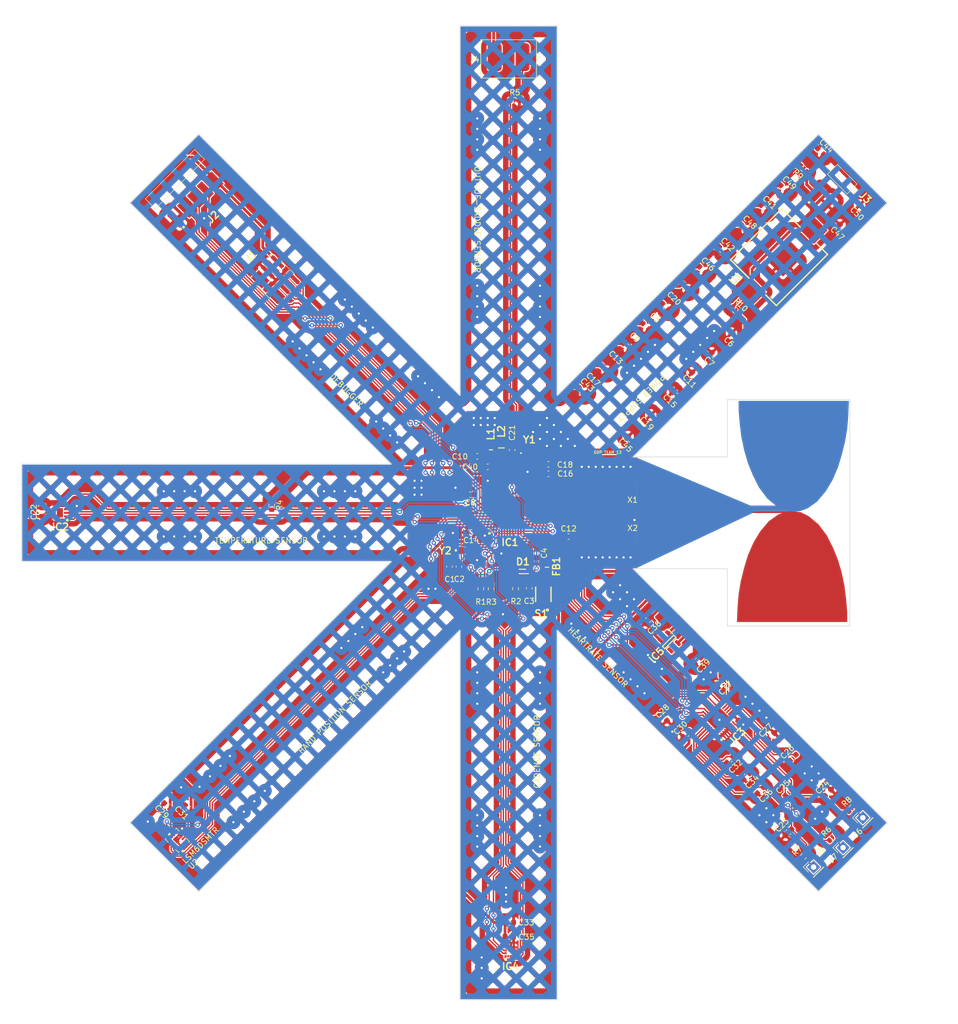
<source format=kicad_pcb>
(kicad_pcb (version 20211014) (generator pcbnew)
  (title_block (title "GDP 13 FPC") (date "2022-11-03") (rev "1.0") (company "University of Southampton"))
  (layers (0 "F.Cu" signal) (31 "B.Cu" signal) (34 "B.Paste" user) (35 "F.Paste" user) (36 "B.SilkS" user "B.Silkscreen") (37 "F.SilkS" user "F.Silkscreen") (38 "B.Mask" user) (39 "F.Mask" user) (44 "Edge.Cuts" user))
  (net 0 "")
  (net 1 "/RCC_OSC32_IN")
  (net 2 "GND")
  (net 3 "/RCC_OSC32_OUT")
  (net 4 "+1V2")
  (net 5 "VDD")
  (net 6 "/PH3-BOOT0")
  (net 7 "/I2C1_SCL")
  (net 8 "/I2C1_SDA")
  (net 10 "/SPI1_SCK")
  (net 11 "/SPI1_NSS")
  (net 12 "/SPI1_MOSI")
  (net 13 "/SPI1_MISO")
  (net 15 "/RCC_MCO")
  (net 16 "/USART1_TX")
  (net 17 "/COMP1_INP")
  (net 18 "/NRST_DEBUG")
  (net 19 "/RCC_OSC_OUT")
  (net 22 "/USART1_RX")
  (net 23 "/HR_INT2")
  (net 24 "/HR_INT1")
  (net 25 "/SYS_JTMS-SWDIO")
  (net 26 "/SYS_JTCK-SWCLK")
  (net 27 "/TEMP_INT")
  (net 28 "/SYS_JTDO-SWO")
  (net 29 "/HANDPOS_INT2")
  (net 30 "/HANDPOS_INT1")
  (net 31 "/CADENCE_INT2")
  (net 32 "/CADENCE_INT1")
  (net 39 "/VDD_PS")
  (net 40 "Net-(J7-Pad1)")
  (net 41 "Net-(L1-Pad2)")
  (net 42 "/VDD_BAT")
  (net 43 "Net-(J5-Pad1)")
  (net 46 "/RCC_OSC_IN")
  (net 47 "/RF1")
  (net 48 "/ECGP")
  (net 49 "/ECGN")
  (net 50 "/NRST")
  (net 51 "/CAPP")
  (net 52 "/CAPN")
  (net 53 "/CPPL")
  (net 54 "/VBG")
  (net 55 "/VCM")
  (net 56 "/VREF")
  (net 59 "Net-(J6-Pad1)")
  (net 60 "/VDDA")
  (net 61 "/VLXSMPS")
  (net 62 "/VFBSMPS")
  (footprint "Capacitor_SMD:C_0603_1608Metric" (layer "F.Cu") (at 223.711734 106.526079 -45)
    (fp_text reference "C42")
    (fp_text value "C")
  )
  (footprint "Capacitor_SMD:C_0603_1608Metric" (layer "F.Cu") (at 122.555 207.900633 135)
    (fp_text reference "C29")
    (fp_text value "C")
  )
  (footprint "Resistor_SMD:R_0603_1608Metric" (layer "F.Cu") (at 226.111637 117.526637 -45)
    (fp_text reference "R10")
    (fp_text value "R")
  )
  (footprint "Capacitor_SMD:C_0603_1608Metric" (layer "F.Cu") (at 211.23837 137.157945 135)
    (fp_text reference "C19")
    (fp_text value "C")
  )
  (footprint "Capacitor_SMD:C_0603_1608Metric" (layer "F.Cu") (at 192.043558 147.32)
    (fp_text reference "C16")
    (fp_text value "C")
  )
  (footprint "Capacitor_SMD:C_0603_1608Metric" (layer "F.Cu") (at 235.802473 212.634319 -135)
    (fp_text reference "C23")
    (fp_text value "C")
  )
  (footprint "Gdp_Flexible:KMR2_1" (layer "F.Cu") (at 191.115 169.292765 90)
    (fp_text reference "S1")
    (fp_text value "KMR231GLFS" hide)
  )
  (footprint "Capacitor_SMD:C_0603_1608Metric" (layer "F.Cu") (at 216.95166 113.248339 -45)
    (fp_text reference "C20")
    (fp_text value "C")
  )
  (footprint "Gdp_Flexible:BEADC1608X95N" (layer "F.Cu") (at 191.77 164.35 90)
    (fp_text reference "FB1")
    (fp_text value "HZ0603C601R-10" hide)
  )
  (footprint "Capacitor_SMD:C_0603_1608Metric" (layer "F.Cu") (at 218.772593 129.425732 135)
    (fp_text reference "C11")
    (fp_text value "C")
  )
  (footprint "Capacitor_SMD:C_0603_1608Metric" (layer "F.Cu") (at 235.777693 205.425334 45)
    (fp_text reference "C25")
    (fp_text value "C")
  )
  (footprint "Capacitor_SMD:C_0603_1608Metric" (layer "F.Cu") (at 207.09826 141.100065 135)
    (fp_text reference "C45")
    (fp_text value "C")
  )
  (footprint "Capacitor_SMD:C_0603_1608Metric" (layer "F.Cu") (at 209.792337 120.445476 -45)
    (fp_text reference "C9")
    (fp_text value "C")
  )
  (footprint "Capacitor_SMD:C_0603_1608Metric" (layer "F.Cu") (at 198.118004 132.119809 -45)
    (fp_text reference "C43")
    (fp_text value "C")
  )
  (footprint "Capacitor_SMD:C_0603_1608Metric" (layer "F.Cu") (at 236.600623 199.06406 45)
    (fp_text reference "C26")
    (fp_text value "C")
  )
  (footprint "Resistor_SMD:R_0603_1608Metric" (layer "F.Cu") (at 247.375214 208.245783 -135)
    (fp_text reference "R8")
    (fp_text value "R")
  )
  (footprint "Capacitor_SMD:C_0603_1608Metric" (layer "F.Cu") (at 225.956798 122.241527 135)
    (fp_text reference "C6")
    (fp_text value "C")
  )
  (footprint "Capacitor_SMD:C_0603_1608Metric" (layer "F.Cu") (at 177.973558 158.009157 180)
    (fp_text reference "C14")
    (fp_text value "C")
  )
  (footprint "Gdp_Flexible:INDC2112X140N" (layer "F.Cu") (at 183.4736 142.61 -90)
    (fp_text reference "L2")
    (fp_text value "74479777310A" hide)
  )
  (footprint "Gdp_Flexible:SOT95P280X145-5N" (layer "F.Cu") (at 214.06018 177.960458 -45)
    (fp_text reference "IC5")
    (fp_text value "TPS7A0312PDBVR" hide)
  )
  (footprint "Capacitor_SMD:C_0603_1608Metric" (layer "F.Cu") (at 210.185 173.99 -135)
    (fp_text reference "C38")
    (fp_text value "C")
  )
  (footprint "Capacitor_SMD:C_0603_1608Metric" (layer "F.Cu") (at 234.937054 95.300759 -45)
    (fp_text reference "C49")
    (fp_text value "C")
  )
  (footprint "Gdp_Flexible:SODFL1608X70N" (layer "F.Cu") (at 187.305 165.12 180)
    (fp_text reference "D1")
    (fp_text value "BAT54KFILM" hide)
  )
  (footprint "Capacitor_SMD:C_0603_1608Metric" (layer "F.Cu") (at 241.672246 88.565567 -45)
    (fp_text reference "C44")
    (fp_text value "C")
  )
  (footprint "Capacitor_SMD:C_0603_1608Metric" (layer "F.Cu") (at 222.364695 125.833629 135)
    (fp_text reference "C7")
    (fp_text value "C")
  )
  (footprint "Gdp_Flexible:LQW18AS10NG0CD" (layer "F.Cu") (at 181.5686 142.953 90)
    (fp_text reference "L1")
    (fp_text value "LQW18AN10NG00D" hide)
  )
  (footprint "Capacitor_SMD:C_0603_1608Metric" (layer "F.Cu") (at 184.912 231.648)
    (fp_text reference "C35")
    (fp_text value "C")
  )
  (footprint "Connector_PinHeader_2.54mm:PinHeader_1x01_P2.54mm_Vertical" (layer "F.Cu") (at 245.759372 215.462008 45)
    (fp_text reference "J7")
    (fp_text value "Conn_01x01")
  )
  (footprint "Capacitor_SMD:C_0603_1608Metric" (layer "F.Cu") (at 217.20327 194.753537 -135)
    (fp_text reference "C30")
    (fp_text value "C")
  )
  (footprint "Capacitor_SMD:C_0603_1608Metric" (layer "F.Cu") (at 188.549609 168.174676 -90)
    (fp_text reference "C3")
    (fp_text value "C")
  )
  (footprint "Gdp_Flexible:NX2012SA32768KHZEXS00AMU00530" (layer "F.Cu") (at 176.87 161.31)
    (fp_text reference "Y2")
    (fp_text value "NX2012SA-32.768KHZ-EXS00A-MU00389" hide)
  )
  (footprint "Gdp_Flexible:Antenna_Flexible_RF" (layer "F.Cu") (at 207.75 154.3)
    (fp_text reference "X1")
    (fp_text value "Antenna_Flexible_RF")
  )
  (footprint "Capacitor_SMD:C_0603_1608Metric" (layer "F.Cu") (at 223.309844 185.414072 -135)
    (fp_text reference "C37")
    (fp_text value "C")
  )
  (footprint "Capacitor_SMD:C_0603_1608Metric" (layer "F.Cu") (at 202.159119 128.078694 -45)
    (fp_text reference "C17")
    (fp_text value "C")
  )
  (footprint "Gdp_Flexible:QFN50P500X500X80-29N" (layer "F.Cu") (at 223.175494 192.193812 135)
    (fp_text reference "IC3")
    (fp_text value "MAX30003CTI+" hide)
  )
  (footprint "Capacitor_SMD:C_0603_1608Metric" (layer "F.Cu") (at 242.986678 205.450114 45)
    (fp_text reference "C24")
    (fp_text value "C")
  )
  (footprint "Resistor_SMD:R_0603_1608Metric" (layer "F.Cu") (at 243.857208 213.559841 45)
    (fp_text reference "R6")
    (fp_text value "R")
  )
  (footprint "Capacitor_SMD:C_0603_1608Metric" (layer "F.Cu") (at 177.8 151.13 180)
    (fp_text reference "C8")
    (fp_text value "C")
  )
  (footprint "Capacitor_SMD:C_0603_1608Metric" (layer "F.Cu") (at 185.42 142.98 90)
    (fp_text reference "C21")
    (fp_text value "C")
  )
  (footprint "Gdp_Flexible:S8201-46R" (layer "F.Cu") (at 234.79326 108.532673 45)
    (fp_text reference "U1")
    (fp_text value "S8201-46R" hide)
  )
  (footprint "Resistor_SMD:R_0603_1608Metric" (layer "F.Cu") (at 181.61 168.275 90)
    (fp_text reference "R3")
    (fp_text value "R")
  )
  (footprint "Gdp_Flexible:TSM-102-YY-ZZZ-SH" (layer "F.Cu") (at 241.8714 97.346243 -45)
    (fp_text reference "J3")
    (fp_text value "TSM-102-01-L-SH" hide)
  )
  (footprint "Capacitor_SMD:C_0603_1608Metric" (layer "F.Cu") (at 219.268729 181.372956 -135)
    (fp_text reference "C39")
    (fp_text value "C")
  )
  (footprint "Capacitor_SMD:C_0603_1608Metric" (layer "F.Cu") (at 245.713361 102.484964 135)
    (fp_text reference "C47")
    (fp_text value "C")
  )
  (footprint "Capacitor_SMD:C_0603_1608Metric" (layer "F.Cu") (at 225.105895 199.42327 -135)
    (fp_text reference "C32")
    (fp_text value "C")
  )
  (footprint "Capacitor_SMD:C_0603_1608Metric" (layer "F.Cu") (at 206.268319 124.105663 -45)
    (fp_text reference "C13")
    (fp_text value "C")
  )
  (footprint "Capacitor_SMD:C_0603_1608Metric" (layer "F.Cu") (at 184.912 229.108)
    (fp_text reference "C33")
    (fp_text value "C")
  )
  (footprint "Capacitor_SMD:C_0603_1608Metric" (layer "F.Cu") (at 214.191223 191.741491 -135)
    (fp_text reference "C28")
    (fp_text value "C")
  )
  (footprint "Gdp_Flexible:NX2016SA32MHZEXS00ACS06654" (layer "F.Cu") (at 188.595 144.145 -90)
    (fp_text reference "Y1")
    (fp_text value "NX2016SA-32MHZ-EXS00A-CS06654" hide)
  )
  (footprint "Capacitor_SMD:C_0603_1608Metric" (layer "F.Cu") (at 195.72 158.75)
    (fp_text reference "C12")
    (fp_text value "C")
  )
  (footprint "Gdp_Flexible:SON65P200X200X80-7N" (layer "F.Cu") (at 102.997642 154.43264 180)
    (fp_text reference "IC2")
    (fp_text value "TMP117MAIDRVR" hide)
  )
  (footprint "Capacitor_SMD:C_0603_1608Metric" (layer "F.Cu") (at 213.384439 116.853373 -45)
    (fp_text reference "C5")
    (fp_text value "C")
  )
  (footprint "Capacitor_SMD:C_0603_1608Metric" (layer "F.Cu") (at 180.975 146.05 180)
    (fp_text reference "C40")
    (fp_text value "C")
  )
  (footprint "Resistor_SMD:R_0603_1608Metric" (layer "F.Cu") (at 179.705 168.275 90)
    (fp_text reference "R1")
    (fp_text value "R")
  )
  (footprint "Resistor_SMD:R_0603_1608Metric" (layer "F.Cu") (at 238.529156 91.708656 135)
    (fp_text reference "R9")
    (fp_text value "R")
  )
  (footprint "Capacitor_SMD:C_0603_1608Metric" (layer "F.Cu") (at 231.344951 98.892861 -45)
    (fp_text reference "C41")
    (fp_text value "C")
  )
  (footprint "Capacitor_SMD:C_0603_1608Metric" (layer "F.Cu") (at 230.673654 204.991029 -135)
    (fp_text reference "C36")
    (fp_text value "C")
  )
  (footprint "Capacitor_SMD:C_0603_1608Metric" (layer "F.Cu") (at 179.07 144.145 180)
    (fp_text reference "C10")
    (fp_text value "C")
  )
  (footprint "Capacitor_SMD:C_0603_1608Metric" (layer "F.Cu") (at 174.01 164.24 -90)
    (fp_text reference "C1")
    (fp_text value "C")
  )
  (footprint "Capacitor_SMD:C_0603_1608Metric" (layer "F.Cu") (at 126.365 208.28 135)
    (fp_text reference "C31")
    (fp_text value "C")
  )
  (footprint "Capacitor_SMD:C_0603_1608Metric" (layer "F.Cu") (at 192.043558 145.587)
    (fp_text reference "C18")
    (fp_text value "C")
  )
  (footprint "Gdp_Flexible:FTS-105-YY-XX-DV-TR" (layer "F.Cu") (at 142.310964 111.958604 -135)
    (fp_text reference "J1")
    (fp_text value "FTS-105-01-F-DV-TR" hide)
  )
  (footprint "Capacitor_SMD:C_0603_1608Metric" (layer "F.Cu") (at 99.695 154.305 90)
    (fp_text reference "C22")
    (fp_text value "C")
  )
  (footprint "Gdp_Flexible:LGA-12" (layer "F.Cu") (at 184.979983 234.455 90)
    (fp_text reference "IC4")
    (fp_text value "LIS2DW12TR" hide)
  )
  (footprint "Capacitor_SMD:C_0603_1608Metric" (layer "F.Cu") (at 220.119631 110.118181 -45)
    (fp_text reference "C46")
    (fp_text value "C")
  )
  (footprint "Resistor_SMD:R_0603_1608Metric" (layer "F.Cu") (at 141.605 153.035 -90)
    (fp_text reference "R4")
    (fp_text value "R")
  )
  (footprint "Connector_PinHeader_2.54mm:PinHeader_1x01_P2.54mm_Vertical" (layer "F.Cu") (at 249.352587 210.019973 45)
    (fp_text reference "J6")
    (fp_text value "Conn_01x01")
  )
  (footprint "Gdp_Flexible:QFN50P700X700X60-49N-D" (layer "F.Cu") (at 184.785 154.305 90)
    (fp_text reference "IC1")
    (fp_text value "STM32WB15CCU6" hide)
  )
  (footprint "Resistor_SMD:R_0603_1608Metric" (layer "F.Cu") (at 186.055 168.275 90)
    (fp_text reference "R2")
    (fp_text value "R")
  )
  (footprint "Gdp_Flexible:Antenna_Flexible_GND" (layer "F.Cu") (at 207.72 156.375)
    (fp_text reference "X2")
    (fp_text value "Antenna_Flexible_GND")
  )
  (footprint "Capacitor_SMD:C_0603_1608Metric" (layer "F.Cu") (at 249.305464 98.892861 135)
    (fp_text reference "C50")
    (fp_text value "C")
  )
  (footprint "Gdp_Flexible:FSR07CE" (layer "F.Cu") (at 184.785002 71.375282)
    (fp_text reference "J4")
    (fp_text value "FSR07CE")
  )
  (footprint "Resistor_SMD:R_0603_1608Metric" (layer "F.Cu") (at 238.529308 217.091689 45)
    (fp_text reference "R7")
    (fp_text value "R")
  )
  (footprint "Resistor_SMD:R_0603_1608Metric" (layer "F.Cu") (at 185.928 79.248)
    (fp_text reference "R5")
    (fp_text value "R")
  )
  (footprint "Capacitor_SMD:C_0603_1608Metric" (layer "F.Cu") (at 227.752849 102.484964 -45)
    (fp_text reference "C48")
    (fp_text value "C")
  )
  (footprint "Capacitor_SMD:C_0603_1608Metric" (layer "F.Cu") (at 175.73 164.24 -90)
    (fp_text reference "C2")
    (fp_text value "C")
  )
  (footprint "Capacitor_SMD:C_0603_1608Metric" (layer "F.Cu") (at 228.159183 202.476557 -135)
    (fp_text reference "C34")
    (fp_text value "C")
  )
  (footprint "Gdp_Flexible:TSM-105-YY-ZZZ-SH" (layer "F.Cu") (at 127.698602 97.346242 45)
    (fp_text reference "J2")
    (fp_text value "TSM-105-01-T-SH" hide)
  )
  (footprint "Gdp_Flexible:LSM6DSMTR" (layer "F.Cu") (at 124.407869 214.137174 135)
    (fp_text reference "U2")
    (fp_text value "LSM6DSMTR")
  )
  (footprint "Capacitor_SMD:C_0603_1608Metric" (layer "F.Cu") (at 215.18049 133.017834 135)
    (fp_text reference "C15")
    (fp_text value "C")
  )
  (footprint "Capacitor_SMD:C_0603_1608Metric" (layer "F.Cu") (at 189.870002 161.819157 -90)
    (fp_text reference "C4")
    (fp_text value "C")
  )
  (footprint "Capacitor_SMD:C_0603_1608Metric" (layer "F.Cu") (at 232.649311 195.112747 45)
    (fp_text reference "C27")
    (fp_text value "C")
  )
  (footprint "Connector_PinHeader_2.54mm:PinHeader_1x01_P2.54mm_Vertical" (layer "F.Cu") (at 240.372331 219.00023 45)
    (fp_text reference "J5")
    (fp_text value "Conn_01x01")
  )
  (gr_line (start 115.727284 97.947283) (end 163.322642 145.54264) (layer "Edge.Cuts") (width 0.1))
  (gr_line (start 207.5469 164.622813) (end 253.842715 210.917998) (layer "Edge.Cuts") (width 0.1))
  (gr_line (start 175.895002 65.660282) (end 175.895002 65.660282) (layer "Edge.Cuts") (width 0.1))
  (gr_line (start 128.299643 85.374924) (end 115.727284 97.947283) (layer "Edge.Cuts") (width 0.1))
  (gr_line (start 241.270357 223.490358) (end 253.842715 210.917998) (layer "Edge.Cuts") (width 0.1))
  (gr_line (start 224.662732 144.242984) (end 224.662731 133.812984) (layer "Edge.Cuts") (width 0.1))
  (gr_line (start 128.299642 223.490357) (end 175.895 175.895) (layer "Edge.Cuts") (width 0.1))
  (gr_line (start 96.012642 163.32264) (end 163.322642 163.32264) (layer "Edge.Cuts") (width 0.1))
  (gr_line (start 241.270358 85.374925) (end 193.675002 132.970283) (layer "Edge.Cuts") (width 0.1))
  (gr_line (start 224.662359 164.622642) (end 207.5469 164.622813) (layer "Edge.Cuts") (width 0.1))
  (gr_line (start 96.012642 145.54264) (end 96.012642 163.32264) (layer "Edge.Cuts") (width 0.1))
  (gr_line (start 193.675 175.895) (end 241.270357 223.490358) (layer "Edge.Cuts") (width 0.1))
  (gr_line (start 193.675 243.205) (end 193.675 243.205) (layer "Edge.Cuts") (width 0.1))
  (gr_line (start 246.982359 133.812642) (end 246.982359 175.052642) (layer "Edge.Cuts") (width 0.1))
  (gr_line (start 193.675002 65.660282) (end 175.895002 65.660282) (layer "Edge.Cuts") (width 0.1))
  (gr_line (start 207.547273 144.243155) (end 253.842718 97.947284) (layer "Edge.Cuts") (width 0.1))
  (gr_line (start 175.895 175.895) (end 175.895 243.205) (layer "Edge.Cuts") (width 0.1))
  (gr_line (start 163.322641 163.322641) (end 115.727284 210.917999) (layer "Edge.Cuts") (width 0.1))
  (gr_line (start 224.662359 174.852642) (end 224.662359 175.052642) (layer "Edge.Cuts") (width 0.1))
  (gr_line (start 224.662359 175.052642) (end 246.982359 175.052642) (layer "Edge.Cuts") (width 0.1))
  (gr_line (start 252.943579 211.869906) (end 252.943579 211.869906) (layer "Edge.Cuts") (width 0.1))
  (gr_line (start 242.222265 86.274063) (end 242.222265 86.274063) (layer "Edge.Cuts") (width 0.1))
  (gr_line (start 253.842718 97.947284) (end 241.270358 85.374925) (layer "Edge.Cuts") (width 0.1))
  (gr_line (start 116.626422 96.995376) (end 116.626422 96.995376) (layer "Edge.Cuts") (width 0.1))
  (gr_line (start 175.895002 65.660282) (end 175.895002 132.970282) (layer "Edge.Cuts") (width 0.1))
  (gr_line (start 224.662732 144.242984) (end 207.547273 144.243155) (layer "Edge.Cuts") (width 0.1))
  (gr_line (start 115.727284 210.917999) (end 128.299642 223.490357) (layer "Edge.Cuts") (width 0.1))
  (gr_line (start 193.675 243.205) (end 193.675 175.895) (layer "Edge.Cuts") (width 0.1))
  (gr_line (start 175.895 243.205) (end 193.675 243.205) (layer "Edge.Cuts") (width 0.1))
  (gr_line (start 224.662731 133.812984) (end 246.982359 133.812642) (layer "Edge.Cuts") (width 0.1))
  (gr_line (start 163.322642 145.54264) (end 96.012642 145.54264) (layer "Edge.Cuts") (width 0.1))
  (gr_line (start 193.675002 132.970282) (end 193.675002 65.660282) (layer "Edge.Cuts") (width 0.1))
  (gr_line (start 128.299642 223.490357) (end 128.299642 223.490357) (layer "Edge.Cuts") (width 0.1))
  (gr_line (start 95.975328 162.013754) (end 95.975328 162.013754) (layer "Edge.Cuts") (width 0.1))
  (gr_line (start 224.662359 164.622642) (end 224.662359 174.852642) (layer "Edge.Cuts") (width 0.1))
  (gr_line (start 175.895 132.970282) (end 128.299643 85.374924) (layer "Edge.Cuts") (width 0.1))
  (gr_text "GDP TEAM 13" (at 202.838558 143.404157) (layer "F.SilkS") (effects (font (size 0.5 0.5) (thickness 0.1))))
  (gr_text "POWER SUPPLY\n" (at 208.927584 133.505129 225) (layer "F.SilkS") (effects (font (size 1 1))))
  (gr_text "DEBUGGER\n" (at 155.240411 132.072256 315) (layer "F.SilkS") (effects (font (size 1 1))))
  (gr_text "HEARTRATE SENSOR\n" (at 201.060558 180.742157 315) (layer "F.SilkS") (effects (font (size 1 1))))
  (gr_text "OUT-OF-SADDLE SENSOR\n" (at 179.070002 100.965 270) (layer "F.SilkS") (effects (font (size 1 1))))
  (gr_text "HAND POSITION SENSOR" (at 153.108558 191.654157 45) (layer "F.SilkS") (effects (font (size 1 1))))
  (gr_text "CADENCE SENSOR\n" (at 189.958558 197.974157 90) (layer "F.SilkS") (effects (font (size 1 1))))
  (gr_text "TEMPERATURE SENSOR\n" (at 139.7 159.484157) (layer "F.SilkS") (effects (font (size 1 1))))
  (segment (start 180.638558 160.234157) (end 176.495843 160.234157) (width 0.25) (layer "F.Cu") (net 1))
  (segment (start 182.535 157.755) (end 182.535 158.337715) (width 0.25) (layer "F.Cu") (net 1))
  (segment (start 176.495843 160.234157) (end 176.12 160.61) (width 0.25) (layer "F.Cu") (net 1))
  (segment (start 174.01 163.42) (end 174.01 163.465) (width 0.25) (layer "F.Cu") (net 1))
  (segment (start 176.12 160.61) (end 176.12 161.31) (width 0.25) (layer "F.Cu") (net 1))
  (segment (start 182.535 158.337715) (end 180.638558 160.234157) (width 0.25) (layer "F.Cu") (net 1))
  (segment (start 176.12 161.31) (end 174.01 163.42) (width 0.25) (layer "F.Cu") (net 1))
  (segment (start 124.477938 213.36) (end 124.730523 213.107415) (width 0.254) (layer "F.Cu") (net 2))
  (segment (start 125.440457 214.816208) (end 125.086903 215.169762) (width 0.245) (layer "F.Cu") (net 2))
  (segment (start 125.084075 213.460968) (end 124.730522 213.107415) (width 0.245) (layer "F.Cu") (net 2))
  (segment (start 190.315 171.342765) (end 191.915 171.342765) (width 0.508) (layer "F.Cu") (net 2))
  (segment (start 185.229983 233.655) (end 185.729983 233.655) (width 0.245) (layer "F.Cu") (net 2))
  (segment (start 224.493356 190.178558) (end 225.496958 189.174958) (width 0.254) (layer "F.Cu") (net 2))
  (segment (start 188.235 152.555) (end 189.106052 152.555) (width 0.254) (layer "F.Cu") (net 2))
  (segment (start 226.750044 189.174956) (end 227.965 187.96) (width 0.254) (layer "F.Cu") (net 2))
  (segment (start 189.441 152.220053) (end 189.441 150.933767) (width 0.254) (layer "F.Cu") (net 2))
  (segment (start 223.776536 194.916173) (end 223.553373 195.139335) (width 0.508) (layer "F.Cu") (net 2))
  (segment (start 125.086904 215.169762) (end 124.73335 215.523316) (width 0.254) (layer "F.Cu") (net 2))
  (segment (start 185.729983 233.655) (end 185.729983 234.205) (width 0.245) (layer "F.Cu") (net 2))
  (segment (start 219.004308 195.657889) (end 219.004308 197.878666) (width 0.254) (layer "F.Cu") (net 2))
  (segment (start 192.818558 147.556209) (end 192.818558 147.32) (width 0.254) (layer "F.Cu") (net 2))
  (segment (start 219.912306 196.164106) (end 219.912306 197.50256) (width 0.254) (layer "F.Cu") (net 2))
  (segment (start 224.150207 203.024565) (end 227.611175 203.024565) (width 0.254) (layer "F.Cu") (net 2))
  (segment (start 226.11137 191.59277) (end 227.554358 193.035757) (width 0.254) (layer "F.Cu") (net 2))
  (segment (start 221.867346 194.209066) (end 219.912306 196.164106) (width 0.245) (layer "F.Cu") (net 2))
  (segment (start 192.818558 145.587) (end 192.818558 147.32) (width 0.508) (layer "F.Cu") (net 2))
  (segment (start 224.483642 190.178557) (end 224.493356 190.178558) (width 0.254) (layer "F.Cu") (net 2))
  (segment (start 223.776536 194.916173) (end 224.837196 193.855512) (width 0.508) (layer "F.Cu") (net 2))
  (segment (start 222.381024 199.971278) (end 224.557888 199.971278) (width 0.254) (layer "F.Cu") (net 2))
  (segment (start 222.657326 194.980377) (end 222.647993 194.989712) (width 0.508) (layer "F.Cu") (net 2))
  (segment (start 104.047642 154.43264) (end 104.816675 154.43264) (width 0.254) (layer "F.Cu") (net 2))
  (segment (start 104.816675 154.43264) (end 106.066158 153.183157) (width 0.254) (layer "F.Cu") (net 2))
  (segment (start 223.553373 195.139335) (end 222.816284 195.139335) (width 0.508) (layer "F.Cu") (net 2))
  (segment (start 189.441 150.933767) (end 192.818558 147.556209) (width 0.254) (layer "F.Cu") (net 2))
  (segment (start 186.535 152.555) (end 184.785 154.305) (width 0.254) (layer "F.Cu") (net 2))
  (segment (start 225.897854 191.59277) (end 226.11137 191.59277) (width 0.254) (layer "F.Cu") (net 2))
  (segment (start 188.235 152.555) (end 186.535 152.555) (width 0.254) (layer "F.Cu") (net 2))
  (segment (start 125.086904 215.169762) (end 124.46 214.542858) (width 0.254) (layer "F.Cu") (net 2))
  (segment (start 184.035 150.855) (end 184.035 153.555) (width 0.254) (layer "F.Cu") (net 2))
  (segment (start 221.16024 193.501958) (end 219.004308 195.657889) (width 0.245) (layer "F.Cu") (net 2))
  (segment (start 225.496958 189.174958) (end 226.750044 189.174956) (width 0.254) (layer "F.Cu") (net 2))
  (segment (start 219.004308 197.878666) (end 224.150207 203.024565) (width 0.254) (layer "F.Cu") (net 2))
  (segment (start 124.46 214.542858) (end 124.46 213.36) (width 0.254) (layer "F.Cu") (net 2))
  (segment (start 222.816284 195.139335) (end 222.657326 194.980377) (width 0.508) (layer "F.Cu") (net 2))
  (segment (start 189.106052 152.555) (end 189.441 152.220053) (width 0.254) (layer "F.Cu") (net 2))
  (segment (start 184.035 153.555) (end 184.785 154.305) (width 0.254) (layer "F.Cu") (net 2))
  (segment (start 219.912306 197.50256) (end 222.381024 199.971278) (width 0.254) (layer "F.Cu") (net 2))
  (segment (start 224.837196 193.855512) (end 225.058265 193.634443) (width 0.508) (layer "F.Cu") (net 2))
  (segment (start 124.46 213.36) (end 124.477938 213.36) (width 0.254) (layer "F.Cu") (net 2))
  (via (at 198.755 177.165) (size 0.8) (drill 0.4) (layers "F.Cu" "B.Cu") (net 2))
  (via (at 203.835 168.91) (size 0.8) (drill 0.4) (layers "F.Cu" "B.Cu") (net 2))
  (via (at 163.195 182.245) (size 0.8) (drill 0.4) (layers "F.Cu" "B.Cu") (net 2))
  (via (at 203.2 162.56) (size 0.8) (drill 0.4) (layers "F.Cu" "B.Cu") (net 2))
  (via (at 194.31 142.24) (size 0.8) (drill 0.4) (layers "F.Cu" "B.Cu") (net 2))
  (via (at 154.94 158.75) (size 0.8) (drill 0.4) (layers "F.Cu" "B.Cu") (net 2))
  (via (at 158.75 119.38) (size 0.8) (drill 0.4) (layers "F.Cu" "B.Cu") (net 2))
  (via (at 207.645 170.18) (size 0.8) (drill 0.4) (layers "F.Cu" "B.Cu") (net 2))
  (via (at 233.045 209.55) (size 0.8) (drill 0.4) (layers "F.Cu" "B.Cu") (net 2))
  (via (at 178.435 137.16) (size 0.8) (drill 0.4) (layers "F.Cu" "B.Cu") (net 2))
  (via (at 106.066158 153.183157) (size 0.8) (drill 0.4) (layers "F.Cu" "B.Cu") (net 2))
  (via (at 210.185 125.095) (size 0.8) (drill 0.4) (layers "F.Cu" "B.Cu") (net 2))
  (via (at 132.253558 200.554157) (size 0.8) (drill 0.4) (layers "F.Cu" "B.Cu") (net 2))
  (via (at 214.63 194.31) (size 0.8) (drill 0.4) (layers "F.Cu" "B.Cu") (net 2))
  (via (at 196.85 142.24) (size 0.8) (drill 0.4) (layers "F.Cu" "B.Cu") (net 2))
  (via (at 123.825 150.495) (size 0.8) (drill 0.4) (layers "F.Cu" "B.Cu") (net 2))
  (via (at 205.74 183.515) (size 0.8) (drill 0.4) (layers "F.Cu" "B.Cu") (net 2))
  (via (at 223.210958 192.172157) (size 0.8) (drill 0.4) (layers "F.Cu" "B.Cu") (net 2))
  (via (at 231.775 208.28) (size 0.8) (drill 0.4) (layers "F.Cu" "B.Cu") (net 2))
  (via (at 179.04 163.06) (size 0.8) (drill 0.4) (layers "F.Cu" "B.Cu") (net 2))
  (via (at 133.985 198.755) (size 0.8) (drill 0.4) (layers "F.Cu" "B.Cu") (net 2))
  (via (at 194.31 139.7) (size 0.8) (drill 0.4) (layers "F.Cu" "B.Cu") (net 2))
  (via (at 190.5 209.55) (size 0.8) (drill 0.4) (layers "F.Cu" "B.Cu") (net 2))
  (via (at 156.845 158.75) (size 0.8) (drill 0.4) (layers "F.Cu" "B.Cu") (net 2))
  (via (at 240.665 210.185) (size 0.8) (drill 0.4) (layers "F.Cu" "B.Cu") (net 2))
  (via (at 211.455 123.825) (size 0.8) (drill 0.4) (layers "F.Cu" "B.Cu") (net 2))
  (via (at 147.955 125.73) (size 0.8) (drill 0.4) (layers "F.Cu" "B.Cu") (net 2))
  (via (at 191.77 142.24) (size 0.8) (drill 0.4) (layers "F.Cu" "B.Cu") (net 2))
  (via (at 207.645 127.635) (size 0.8) (drill 0.4) (layers "F.Cu" "B.Cu") (net 2))
  (via (at 179.07 211.455) (size 0.8) (drill 0.4) (layers "F.Cu" "B.Cu") (net 2))
  (via (at 179.07 88.265) (size 0.8) (drill 0.4) (layers "F.Cu" "B.Cu") (net 2))
  (via (at 183.47 161.85) (size 0.8) (drill 0.4) (layers "F.Cu" "B.Cu") (net 2))
  (via (at 199.39 146.05) (size 0.8) (drill 0.4) (layers "F.Cu" "B.Cu") (net 2))
  (via (at 190.5 187.325) (size 0.8) (drill 0.4) (layers "F.Cu" "B.Cu") (net 2))
  (via (at 190.5 189.23) (size 0.8) (drill 0.4) (layers "F.Cu" "B.Cu") (net 2))
  (via (at 160.655 137.795) (size 0.8) (drill 0.4) (layers "F.Cu" "B.Cu") (net 2))
  (via (at 130.348558 202.459157) (size 0.8) (drill 0.4) (layers "F.Cu" "B.Cu") (net 2))
  (via (at 241.935 208.915) (size 0.8) (drill 0.4) (layers "F.Cu" "B.Cu") (net 2))
  (via (at 125.73 158.75) (size 0.8) (drill 0.4) (layers "F.Cu" "B.Cu") (net 2))
  (via (at 201.93 162.56) (size 0.8) (drill 0.4) (layers "F.Cu" "B.Cu") (net 2))
  (via (at 167.64 151.13) (size 0.8) (drill 0.4) (layers "F.Cu" "B.Cu") (net 2))
  (via (at 175.1 149.86) (size 0.8) (drill 0.4) (layers "F.Cu" "B.Cu") (net 2))
  (via (at 240.03 200.66) (size 0.8) (drill 0.4) (layers "F.Cu" "B.Cu") (net 2))
  (via (at 190.5 138.43) (size 0.8) (drill 0.4) (layers "F.Cu" "B.Cu") (net 2))
  (via (at 179.705 138.43) (size 0.8) (drill 0.4) (layers "F.Cu" "B.Cu") (net 2))
  (via (at 190.5 215.265) (size 0.8) (drill 0.4) (layers "F.Cu" "B.Cu") (net 2))
  (via (at 188.24 146.96) (size 0.8) (drill 0.4) (layers "F.Cu" "B.Cu") (net 2))
  (via (at 184.323558 225.298) (size 0.8) (drill 0.4) (layers "F.Cu" "B.Cu") (net 2))
  (via (at 136.525 208.915) (size 0.8) (drill 0.4) (layers "F.Cu" "B.Cu") (net 2))
  (via (at 170.18 168.275) (size 0.8) (drill 0.4) (layers "F.Cu" "B.Cu") (net 2))
  (via (at 190.5 211.455) (size 0.8) (drill 0.4) (layers "F.Cu" "B.Cu") (net 2))
  (via (at 197.485 175.895) (size 0.8) (drill 0.4) (layers "F.Cu" "B.Cu") (net 2))
  (via (at 180.975 137.16) (size 0.8) (drill 0.4) (layers "F.Cu" "B.Cu") (net 2))
  (via (at 183.75 172.92) (size 0.8) (drill 0.4) (layers "F.Cu" "B.Cu") (net 2))
  (via (at 190.5 185.42) (size 0.8) (drill 0.4) (layers "F.Cu" "B.Cu") (net 2))
  (via (at 198.12 162.56) (size 0.8) (drill 0.4) (layers "F.Cu" "B.Cu") (net 2))
  (via (at 179.878558 235.479157) (size 0.8) (drill 0.4) (layers "F.Cu" "B.Cu") (net 2))
  (via (at 168.91 151.13) (size 0.8) (drill 0.4) (layers "F.Cu" "B.Cu") (net 2))
  (via (at 198.12 146.05) (size 0.8) (drill 0.4) (layers "F.Cu" "B.Cu") (net 2))
  (via (at 191.77 139.7) (size 0.8) (drill 0.4) (layers "F.Cu" "B.Cu") (net 2))
  (via (at 150.495 128.27) (size 0.8) (drill 0.4) (layers "F.Cu" "B.Cu") (net 2))
  (via (at 238.76 201.93) (size 0.8) (drill 0.4) (layers "F.Cu" "B.Cu") (net 2))
  (via (at 127.635 150.495) (size 0.8) (drill 0.4) (layers "F.Cu" "B.Cu") (net 2))
  (via (at 240.03 203.2) (size 0.8) (drill 0.4) (layers "F.Cu" "B.Cu") (net 2))
  (via (at 227.965 187.96) (size 0.8) (drill 0.4) (layers "F.Cu" "B.Cu") (net 2))
  (via (at 170.815 132.08) (size 0.8) (drill 0.4) (layers "F.Cu" "B.Cu") (net 2))
  (via (at 184.323558 222.758) (size 0.8) (drill 0.4) (layers "F.Cu" "B.Cu") (net 2))
  (via (at 164.465 180.975) (size 0.8) (drill 0.4) (layers "F.Cu" "B.Cu") (net 2))
  (via (at 207.01 162.56) (size 0.8) (drill 0.4) (layers "F.Cu" "B.Cu") (net 2))
  (via (at 190.5 114.935) (size 0.8) (drill 0.4) (layers "F.Cu" "B.Cu") (net 2))
  (via (at 206.375 171.45) (size 0.8) (drill 0.4) (layers "F.Cu" "B.Cu") (net 2))
  (via (at 180.44 158.59) (size 0.8) (drill 0.4) (layers "F.Cu" "B.Cu") (net 2))
  (via (at 179.878558 239.289157) (size 0.8) (drill 0.4) (layers "F.Cu" "B.Cu") (net 2))
  (via (at 217.17 126.365) (size 0.8) (drill 0.4) (layers "F.Cu" "B.Cu") (net 2))
  (via (at 190.5 140.97) (size 0.8) (drill 0.4) (layers "F.Cu" "B.Cu") (net 2))
  (via (at 220.98 122.555) (size 0.8) (drill 0.4) (layers "F.Cu" "B.Cu") (net 2))
  (via (at 200.66 146.05) (size 0.8) (drill 0.4) (layers "F.Cu" "B.Cu") (net 2))
  (via (at 134.62 210.82) (size 0.8) (drill 0.4) (layers "F.Cu" "B.Cu") (net 2))
  (via (at 129.288558 100.744157) (size 0.8) (drill 0.4) (layers "F.Cu" "B.Cu") (net 2))
  (via (at 229.235 189.23) (size 0.8) (drill 0.4) (layers "F.Cu" "B.Cu") (net 2))
  (via (at 222.25 121.285) (size 0.8) (drill 0.4) (layers "F.Cu" "B.Cu") (net 2))
  (via (at 230.505 190.5) (size 0.8) (drill 0.4) (layers "F.Cu" "B.Cu") (net 2))
  (via (at 174.625 158.115) (size 0.8) (drill 0.4) (layers "F.Cu" "B.Cu") (net 2))
  (via (at 119.018558 210.714157) (size 0.8) (drill 0.4) (layers "F.Cu" "B.Cu") (net 2))
  (via (at 121.92 150.495) (size 0.8) (drill 0.4) (layers "F.Cu" "B.Cu") (net 2))
  (via (at 161.925 139.065) (size 0.8) (drill 0.4) (layers "F.Cu" "B.Cu") (net 2))
  (via (at 191.77 137.16) (size 0.8) (drill 0.4) (layers "F.Cu" "B.Cu") (net 2))
  (via (at 123.825 158.75) (size 0.8) (drill 0.4) (layers "F.Cu" "B.Cu") (net 2))
  (via (at 190.5 116.84) (size 0.8) (drill 0.4) (layers "F.Cu" "B.Cu") (net 2))
  (via (at 156.845 150.495) (size 0.8) (drill 0.4) (layers "F.Cu" "B.Cu") (net 2))
  (via (at 179.07 116.84) (size 0.8) (drill 0.4) (layers "F.Cu" "B.Cu") (net 2))
  (via (at 211.455 181.61) (size 0.8) (drill 0.4) (layers "F.Cu" "B.Cu") (net 2))
  (via (at 205.105 167.64) (size 0.8) (drill 0.4) (layers "F.Cu" "B.Cu") (net 2))
  (via (at 121.92 158.75) (size 0.8) (drill 0.4) (layers "F.Cu" "B.Cu") (net 2))
  (via (at 180.975 148.59) (size 0.8) (drill 0.4) (layers "F.Cu" "B.Cu") (net 2))
  (via (at 168.275 129.54) (size 0.8) (drill 0.4) (layers "F.Cu" "B.Cu") (net 2))
  (via (at 230.505 209.55) (size 0.8) (drill 0.4) (layers "F.Cu" "B.Cu") (net 2))
  (via (at 207.01 184.785) (size 0.8) (drill 0.4) (layers "F.Cu" "B.Cu") (net 2))
  (via (at 179.07 82.55) (size 0.8) (drill 0.4) (layers "F.Cu" "B.Cu") (net 2))
  (via (at 179.07 183.515) (size 0.8) (drill 0.4) (layers "F.Cu" "B.Cu") (net 2))
  (via (at 207.01 146.05) (size 0.8) (drill 0.4) (layers "F.Cu" "B.Cu") (net 2))
  (via (at 190.5 86.36) (size 0.8) (drill 0.4) (layers "F.Cu" "B.Cu") (net 2))
  (via (at 207.73 155.74) (size 0.8) (drill 0.4) (layers "F.Cu" "B.Cu") (net 2))
  (via (at 168.91 149.86) (size 0.8) (drill 0.4) (layers "F.Cu" "B.Cu") (net 2))
  (via (at 193.04 140.97) (size 0.8) (drill 0.4) (layers "F.Cu" "B.Cu") (net 2))
  (via (at 151.13 150.495) (size 0.8) (drill 0.4) (layers "F.Cu" "B.Cu") (net 2))
  (via (at 149.225 127) (size 0.8) (drill 0.4) (layers "F.Cu" "B.Cu") (net 2))
  (via (at 200.66 162.56) (size 0.8) (drill 0.4) (layers "F.Cu" "B.Cu") (net 2))
  (via (at 204.47 162.56) (size 0.8) (drill 0.4) (layers "F.Cu" "B.Cu") (net 2))
  (via (at 169.545 130.81) (size 0.8) (drill 0.4) (layers "F.Cu" "B.Cu") (net 2))
  (via (at 189.23 139.7) (size 0.8) (drill 0.4) (layers "F.Cu" "B.Cu") (net 2))
  (via (at 199.39 162.56) (size 0.8) (drill 0.4) (layers "F.Cu" "B.Cu") (net 2))
  (via (at 218.44 125.095) (size 0.8) (drill 0.4) (layers "F.Cu" "B.Cu") (net 2))
  (via (at 180.975 138.43) (size 0.8) (drill 0.4) (layers "F.Cu" "B.Cu") (net 2))
  (via (at 196.215 174.625) (size 0.8) (drill 0.4) (layers "F.Cu" "B.Cu") (net 2))
  (via (at 156.21 116.84) (size 0.8) (drill 0.4) (layers "F.Cu" "B.Cu") (net 2))
  (via (at 146.685 124.46) (size 0.8) (drill 0.4) (layers "F.Cu" "B.Cu") (net 2))
  (via (at 203.2 146.05) (size 0.8) (drill 0.4) (layers "F.Cu" "B.Cu") (net 2))
  (via (at 153.035 158.75) (size 0.8) (drill 0.4) (layers "F.Cu" "B.Cu") (net 2))
  (via (at 156.845 176.53) (size 0.8) (drill 0.4) (layers "F.Cu" "B.Cu") (net 2))
  (via (at 231.775 210.82) (size 0.8) (drill 0.4) (layers "F.Cu" "B.Cu") (net 2))
  (via (at 168.91 148.59) (size 0.8) (drill 0.4) (layers "F.Cu" "B.Cu") (net 2))
  (via (at 125.095 204.47) (size 0.8) (drill 0.4) (layers "F.Cu" "B.Cu") (net 2))
  (via (at 171.45 168.275) (size 0.8) (drill 0.4) (layers "F.Cu" "B.Cu") (net 2))
  (via (at 167.64 148.59) (size 0.8) (drill 0.4) (layers "F.Cu" "B.Cu") (net 2))
  (via (at 206.375 168.91) (size 0.8) (drill 0.4) (layers "F.Cu" "B.Cu") (net 2))
  (via (at 179.07 114.935) (size 0.8) (drill 0.4) (layers "F.Cu" "B.Cu") (net 2))
  (via (at 179.07 84.455) (size 0.8) (drill 0.4) (layers "F.Cu" "B.Cu") (net 2))
  (via (at 205.74 146.05) (size 0.8) (drill 0.4) (layers "F.Cu" "B.Cu") (net 2))
  (via (at 184.323558 224.028) (size 0.8) (drill 0.4) (layers "F.Cu" "B.Cu") (net 2))
  (via (at 208.915 126.365) (size 0.8) (drill 0.4) (layers "F.Cu" "B.Cu") (net 2))
  (via (at 209.55 187.325) (size 0.8) (drill 0.4) (layers "F.Cu" "B.Cu") (net 2))
  (via (at 179.07 118.745) (size 0.8) (drill 0.4) (layers "F.Cu" "B.Cu") (net 2))
  (via (at 155.575 177.8) (size 0.8) (drill 0.4) (layers "F.Cu" "B.Cu") (net 2))
  (via (at 221.615 183.515) (size 0.8) (drill 0.4) (layers "F.Cu" "B.Cu") (net 2))
  (via (at 190.5 118.745) (size 0.8) (drill 0.4) (layers "F.Cu" "B.Cu") (net 2))
  (via (at 151.13 158.75) (size 0.8) (drill 0.4) (layers "F.Cu" "B.Cu") (net 2))
  (via (at 212.725 182.88) (size 0.8) (drill 0.4) (layers "F.Cu" "B.Cu") (net 2))
  (via (at 182.245 138.43) (size 0.8) (drill 0.4) (layers "F.Cu" "B.Cu") (net 2))
  (via (at 190.5 88.265) (size 0.8) (drill 0.4) (layers "F.Cu" "B.Cu") (net 2))
  (via (at 190.5 183.515) (size 0.8) (drill 0.4) (layers "F.Cu" "B.Cu") (net 2))
  (via (at 157.48 118.11) (size 0.8) (drill 0.4) (layers "F.Cu" "B.Cu") (net 2))
  (via (at 179.878558 237.384157) (size 0.8) (drill 0.4) (layers "F.Cu" "B.Cu") (net 2))
  (via (at 172.085 133.35) (size 0.8) (drill 0.4) (layers "F.Cu" "B.Cu") (net 2))
  (via (at 179.07 187.325) (size 0.8) (drill 0.4) (layers "F.Cu" "B.Cu") (net 2))
  (via (at 167.64 149.86) (size 0.8) (drill 0.4) (layers "F.Cu" "B.Cu") (net 2))
  (via (at 179.07 213.36) (size 0.8) (drill 0.4) (layers "F.Cu" "B.Cu") (net 2))
  (via (at 206.375 128.905) (size 0.8) (drill 0.4) (layers "F.Cu" "B.Cu") (net 2))
  (via (at 178.435 138.43) (size 0.8) (drill 0.4) (layers "F.Cu" "B.Cu") (net 2))
  (via (at 227.554358 193.035757) (size 0.8) (drill 0.4) (layers "F.Cu" "B.Cu") (net 2))
  (via (at 179.07 215.265) (size 0.8) (drill 0.4) (layers "F.Cu" "B.Cu") (net 2))
  (via (at 179.705 137.16) (size 0.8) (drill 0.4) (layers "F.Cu" "B.Cu") (net 2))
  (via (at 241.3 201.93) (size 0.8) (drill 0.4) (layers "F.Cu" "B.Cu") (net 2))
  (via (at 210.185 180.34) (size 0.8) (drill 0.4) (layers "F.Cu" "B.Cu") (net 2))
  (via (at 153.035 150.495) (size 0.8) (drill 0.4) (layers "F.Cu" "B.Cu") (net 2))
  (via (at 231.775 191.77) (size 0.8) (drill 0.4) (layers "F.Cu" "B.Cu") (net 2))
  (via (at 201.93 146.05) (size 0.8) (drill 0.4) (layers "F.Cu" "B.Cu") (net 2))
  (via (at 205.105 170.18) (size 0.8) (drill 0.4) (layers "F.Cu" "B.Cu") (net 2))
  (via (at 190.5 113.03) (size 0.8) (drill 0.4) (layers "F.Cu" "B.Cu") (net 2))
  (via (at 138.43 207.01) (size 0.8) (drill 0.4) (layers "F.Cu" "B.Cu") (net 2))
  (via (at 154.305 179.07) (size 0.8) (drill 0.4) (layers "F.Cu" "B.Cu") (net 2))
  (via (at 182.245 137.16) (size 0.8) (drill 0.4) (layers "F.Cu" "B.Cu") (net 2))
  (via (at 179.07 86.36) (size 0.8) (drill 0.4) (layers "F.Cu" "B.Cu") (net 2))
  (via (at 179.07 209.55) (size 0.8) (drill 0.4) (layers "F.Cu" "B.Cu") (net 2))
  (via (at 219.71 123.825) (size 0.8) (drill 0.4) (layers "F.Cu" "B.Cu") (net 2))
  (via (at 158.115 175.26) (size 0.8) (drill 0.4) (layers "F.Cu" "B.Cu") (net 2))
  (via (at 204.47 146.05) (size 0.8) (drill 0.4) (layers "F.Cu" "B.Cu") (net 2))
  (via (at 160.02 120.65) (size 0.8) (drill 0.4) (layers "F.Cu" "B.Cu") (net 2))
  (via (at 125.268558 211.984157) (size 0.8) (drill 0.4) (layers "F.Cu" "B.Cu") (net 2))
  (via (at 127.635 158.75) (size 0.8) (drill 0.4) (layers "F.Cu" "B.Cu") (net 2))
  (via (at 205.74 162.56) (size 0.8) (drill 0.4) (layers "F.Cu" "B.Cu") (net 2))
  (via (at 140.335 205.105) (size 0.8) (drill 0.4) (layers "F.Cu" "B.Cu") (net 2))
  (via (at 161.925 183.515) (size 0.8) (drill 0.4) (layers "F.Cu" "B.Cu") (net 2))
  (via (at 179.07 185.42) (size 0.8) (drill 0.4) (layers "F.Cu" "B.Cu") (net 2))
  (via (at 208.28 186.055) (size 0.8) (drill 0.4) (layers "F.Cu" "B.Cu") (net 2))
  (via (at 165.735 179.705) (size 0.8) (drill 0.4) (layers "F.Cu" "B.Cu") (net 2))
  (via (at 145.415 123.19) (size 0.8) (drill 0.4) (layers "F.Cu" "B.Cu") (net 2))
  (via (at 193.04 138.43) (size 0.8) (drill 0.4) (layers "F.Cu" "B.Cu") (net 2))
  (via (at 164.465 141.605) (size 0.8) (drill 0.4) (layers "F.Cu" "B.Cu") (net 2))
  (via (at 163.195 140.335) (size 0.8) (drill 0.4) (layers "F.Cu" "B.Cu") (net 2))
  (via (at 179.07 113.03) (size 0.8) (drill 0.4) (layers "F.Cu" "B.Cu") (net 2))
  (via (at 190.5 84.455) (size 0.8) (drill 0.4) (layers "F.Cu" "B.Cu") (net 2))
  (via (at 154.94 150.495) (size 0.8) (drill 0.4) (layers "F.Cu" "B.Cu") (net 2))
  (via (at 220.345 184.785) (size 0.8) (drill 0.4) (layers "F.Cu" "B.Cu") (net 2))
  (via (at 179.07 189.23) (size 0.8) (drill 0.4) (layers "F.Cu" "B.Cu") (net 2))
  (via (at 125.73 150.495) (size 0.8) (drill 0.4) (layers "F.Cu" "B.Cu") (net 2))
  (via (at 190.5 82.55) (size 0.8) (drill 0.4) (layers "F.Cu" "B.Cu") (net 2))
  (via (at 154.94 115.57) (size 0.8) (drill 0.4) (layers "F.Cu" "B.Cu") (net 2))
  (via (at 128.443558 204.364157) (size 0.8) (drill 0.4) (layers "F.Cu" "B.Cu") (net 2))
  (via (at 195.58 140.97) (size 0.8) (drill 0.4) (layers "F.Cu" "B.Cu") (net 2))
  (via (at 190.5 213.36) (size 0.8) (drill 0.4) (layers "F.Cu" "B.Cu") (net 2))
  (segment (start 237.325 153.59826) (end 237.31326 153.61) (width 1) (layer "B.Cu") (net 2))
  (segment (start 237.31326 153.61) (end 202.23 153.61) (width 1) (layer "B.Cu") (net 2))
  (segment (start 202.23 153.61) (end 200.98 152.36) (width 1) (layer "B.Cu") (net 2))
  (segment (start 200.98 152.36) (end 188.68 152.36) (width 1) (layer "B.Cu") (net 2))
  (segment (start 177.62 161.31) (end 177.62 161.575) (width 0.25) (layer "F.Cu") (net 3))
  (segment (start 178.245843 160.684157) (end 177.62 161.31) (width 0.25) (layer "F.Cu") (net 3))
  (segment (start 180.824954 160.684157) (end 178.245843 160.684157) (width 0.25) (layer "F.Cu") (net 3))
  (segment (start 177.62 161.575) (end 175.73 163.465) (width 0.25) (layer "F.Cu") (net 3))
  (segment (start 183.035 157.755) (end 183.035 158.474111) (width 0.25) (layer "F.Cu") (net 3))
  (segment (start 183.035 158.474111) (end 180.824954 160.684157) (width 0.25) (layer "F.Cu") (net 3))
  (segment (start 223.309844 181.283152) (end 224.011296 181.984604) (width 0.508) (layer "F.Cu") (net 4))
  (segment (start 224.011296 181.984604) (end 224.656883 182.630191) (width 0.508) (layer "F.Cu") (net 4))
  (segment (start 223.309844 181.283152) (end 223.309844 184.318056) (width 0.508) (layer "F.Cu") (net 4))
  (segment (start 224.698602 185.706814) (end 223.857852 184.866064) (width 0.254) (layer "F.Cu") (net 4))
  (segment (start 224.130088 189.825004) (end 224.698602 189.25649) (width 0.254) (layer "F.Cu") (net 4))
  (segment (start 220.615768 178.589076) (end 223.309844 181.283152) (width 0.508) (layer "F.Cu") (net 4))
  (segment (start 219.268729 177.242037) (end 219.81 177.783308) (width 0.508) (layer "F.Cu") (net 4))
  (segment (start 224.698602 189.25649) (end 224.698602 185.706814) (width 0.254) (layer "F.Cu") (net 4))
  (segment (start 216.84406 197.268008) (end 217.670138 196.44193) (width 0.508) (layer "F.Cu") (net 4))
  (segment (start 218.864618 176.837926) (end 216.950479 176.837926) (width 0.508) (layer "F.Cu") (net 4))
  (segment (start 220.453133 192.794852) (end 219.042456 194.205529) (width 0.254) (layer "F.Cu") (net 4))
  (segment (start 219.268729 177.242037) (end 218.864618 176.837926) (width 0.508) (layer "F.Cu") (net 4))
  (segment (start 252.495677 211.367011) (end 241.71937 222.143319) (width 0.508) (layer "F.Cu") (net 4))
  (segment (start 219.81 180.818212) (end 219.816737 180.824949) (width 0.508) (layer "F.Cu") (net 4))
  (segment (start 240.821345 222.143319) (end 216.84406 198.166034) (width 0.508) (layer "F.Cu") (net 4))
  (segment (start 241.71937 222.143319) (end 240.821345 222.143319) (width 0.508) (layer "F.Cu") (net 4))
  (segment (start 219.81 177.783308) (end 219.81 180.818212) (width 0.508) (layer "F.Cu") (net 4))
  (segment (start 219.042456 194.205529) (end 217.751278 194.205529) (width 0.254) (layer "F.Cu") (net 4))
  (segment (start 224.656883 182.630191) (end 252.495678 210.468986) (width 0.508) (layer "F.Cu") (net 4))
  (segment (start 217.670138 196.44193) (end 217.670138 194.286669) (width 0.508) (layer "F.Cu") (net 4))
  (segment (start 223.309844 184.318056) (end 223.857852 184.866064) (width 0.508) (layer "F.Cu") (net 4))
  (segment (start 252.495678 210.468986) (end 252.495677 211.367011) (width 0.508) (layer "F.Cu") (net 4))
  (segment (start 216.950479 176.837926) (end 215.615815 178.17259) (width 0.508) (layer "F.Cu") (net 4))
  (segment (start 219.268729 177.242037) (end 220.615768 178.589076) (width 0.508) (layer "F.Cu") (net 4))
  (segment (start 216.84406 198.166034) (end 216.84406 197.268008) (width 0.508) (layer "F.Cu") (net 4))
  (segment (start 217.670138 194.286669) (end 217.751278 194.205529) (width 0.508) (layer "F.Cu") (net 4))
  (segment (start 209.244329 119.897468) (end 209.145334 119.996463) (width 0.508) (layer "F.Cu") (net 5))
  (segment (start 131.290705 93.75414) (end 139.973976 102.437411) (width 0.508) (layer "F.Cu") (net 5))
  (segment (start 212.737436 116.404361) (end 211.138949 116.404361) (width 0.508) (layer "F.Cu") (net 5))
  (segment (start 210.737486 169.60882) (end 211.635511 169.60882) (width 0.508) (layer "F.Cu") (net 5))
  (segment (start 236.283667 91.259643) (end 237.631131 89.912179) (width 0.508) (layer "F.Cu") (net 5))
  (segment (start 217.874567 109.668743) (end 221.466243 106.077066) (width 0.508) (layer "F.Cu") (net 5))
  (segment (start 184.137 229.108) (end 184.137 231.648) (width 0.508) (layer "F.Cu") (net 5))
  (segment (start 188.595 242.57) (end 192.405 242.57) (width 0.508) (layer "F.Cu") (net 5))
  (segment (start 181.335 157.055) (end 179.702715 157.055) (width 0.245) (layer "F.Cu") (net 5))
  (segment (start 193.04 241.935) (end 193.04 175.768) (width 0.508) (layer "F.Cu") (net 5))
  (segment (start 226.695 118.11) (end 227.833488 119.248488) (width 0.508) (layer "F.Cu") (net 5))
  (segment (start 212.142279 191.193483) (end 214.739231 191.193483) (width 0.508) (layer "F.Cu") (net 5))
  (segment (start 117.074323 97.49827) (end 117.074323 98.396296) (width 0.508) (layer "F.Cu") (net 5))
  (segment (start 164.862372 146.218772) (end 164.2618 145.6182) (width 0.508) (layer "F.Cu") (net 5))
  (segment (start 237.631131 89.912179) (end 238.529156 89.014154) (width 0.508) (layer "F.Cu") (net 5))
  (segment (start 184.34 170.815) (end 186.055 169.1) (width 0.508) (layer "F.Cu") (net 5))
  (segment (start 207.645988 143.245988) (end 206.714333 144.177643) (width 0.508) (layer "F.Cu") (net 5))
  (segment (start 192.405 242.57) (end 193.04 241.935) (width 0.508) (layer "F.Cu") (net 5))
  (segment (start 210.733008 173.441992) (end 212.148346 172.026654) (width 0.508) (layer "F.Cu") (net 5))
  (segment (start 124.082388 212.751032) (end 123.189664 211.858308) (width 0.245) (layer "F.Cu") (net 5))
  (segment (start 163.924054 163.619254) (end 125.036654 202.506654) (width 0.508) (layer "F.Cu") (net 5))
  (segment (start 193.5988 175.2092) (end 193.887225 175.2092) (width 0.508) (layer "F.Cu") (net 5))
  (segment (start 207.645988 143.245988) (end 207.646268 143.245708) (width 0.508) (layer "F.Cu") (net 5))
  (segment (start 218.693994 132.197982) (end 215.629078 135.262898) (width 0.508) (layer "F.Cu") (net 5))
  (segment (start 207.546847 119.996463) (end 211.138949 116.404361) (width 0.508) (layer "F.Cu") (net 5))
  (segment (start 201.611111 127.530686) (end 201.512116 127.629681) (width 0.508) (layer "F.Cu") (net 5))
  (segment (start 193.89 166.9406) (end 193.89 175.206425) (width 0.508) (layer "F.Cu") (net 5))
  (segment (start 178.282374 147.32) (end 180.975 147.32) (width 0.508) (layer "F.Cu") (net 5))
  (segment (start 241.719372 86.721964) (end 242.121259 87.123851) (width 0.508) (layer "F.Cu") (net 5))
  (segment (start 125.036654 202.506654) (end 122.496654 205.046654) (width 0.508) (layer "F.Cu") (net 5))
  (segment (start 193.887225 175.2092) (end 199.063153 180.385127) (width 0.508) (layer "F.Cu") (net 5))
  (segment (start 211.138949 116.404361) (end 211.222422 116.320888) (width 0.508) (layer "F.Cu") (net 5))
  (segment (start 182.118 229.108) (end 184.137 229.108) (width 0.508) (layer "F.Cu") (net 5))
  (segment (start 139.973976 102.437411) (end 139.973976 106.029514) (width 0.508) (layer "F.Cu") (net 5))
  (segment (start 178.575 150.295272) (end 178.575 151.13) (width 0.508) (layer "F.Cu") (net 5))
  (segment (start 207.646268 143.245708) (end 207.646268 141.648073) (width 0.508) (layer "F.Cu") (net 5))
  (segment (start 211.587962 137.904368) (end 211.587962 139.304014) (width 0.508) (layer "F.Cu") (net 5))
  (segment (start 193.4972 133.5532) (end 193.990111 133.5532) (width 0.508) (layer "F.Cu") (net 5))
  (segment (start 219.473054 109.668743) (end 217.874567 109.668743) (width 0.508) (layer "F.Cu") (net 5))
  (segment (start 126.368675 209.372341) (end 126.913008 208.828008) (width 0.245) (layer "F.Cu") (net 5))
  (segment (start 165.603308 161.94) (end 163.924054 163.619254) (width 0.508) (layer "F.Cu") (net 5))
  (segment (start 211.786378 137.705952) (end 211.587962 137.904368) (width 0.508) (layer "F.Cu") (net 5))
  (segment (start 246.161948 103.132392) (end 246.161948 104.730028) (width 0.508) (layer "F.Cu") (net 5))
  (segment (start 176.53 132.716284) (end 176.530002 132.716282) (width 0.508) (layer "F.Cu") (net 5))
  (segment (start 195.902 159.712) (end 195.902 162.247) (width 0.508) (layer "F.Cu") (net 5))
  (segment (start 227.833488 123.058488) (end 227.243189 123.648787) (width 0.508) (layer "F.Cu") (net 5))
  (segment (start 124.976948 89.595645) (end 117.074323 97.49827) (width 0.508) (layer "F.Cu") (net 5))
  (segment (start 194.945 158.755) (end 195.902 159.712) (width 0.508) (layer "F.Cu") (net 5))
  (segment (start 150.92616 146.17764) (end 97.282642 146.17764) (width 0.508) (layer "F.Cu") (net 5))
  (segment (start 117.074323 98.396296) (end 164.2618 145.583772) (width 0.508) (layer "F.Cu") (net 5))
  (segment (start 181.61 170.815) (end 181.61 169.1) (width 0.508) (layer "F.Cu") (net 5))
  (segment (start 176.53 133.2992) (end 176.53 132.716284) (width 0.508) (layer "F.Cu") (net 5))
  (segment (start 122.496654 205.046654) (end 117.074322 210.468986) (width 0.508) (layer "F.Cu") (net 5))
  (segment (start 164.2618 145.583772) (end 164.2618 145.6182) (width 0.508) (layer "F.Cu") (net 5))
  (segment (start 194.945 158.305) (end 194.945 158.75) (width 0.254) (layer "F.Cu") (net 5))
  (segment (start 126.368675 212.883473) (end 126.368675 209.372341) (width 0.245) (layer "F.Cu") (net 5))
  (segment (start 223.064731 106.077066) (end 221.466243 106.077066) (width 0.508) (layer "F.Cu") (net 5))
  (segment (start 178.575 151.675) (end 178.575 151.13) (width 0.254) (layer "F.Cu") (net 5))
  (segment (start 201.512116 127.629681) (end 199.913629 127.629681) (width 0.508) (layer "F.Cu") (net 5))
  (segment (start 188.964 152.055) (end 188.987 152.032) (width 0.254) (layer "F.Cu") (net 5))
  (segment (start 175.266382 175.625592) (end 175.275408 175.625592) (width 0.508) (layer "F.Cu") (net 5))
  (segment (start 192.405002 66.295282) (end 193.040002 66.930282) (width 0.508) (layer "F.Cu") (net 5))
  (segment (start 176.53 241.935) (end 176.53 223.52) (width 0.508) (layer "F.Cu") (net 5))
  (segment (start 230.698376 98.443421) (end 229.099887 98.443421) (width 0.508) (layer "F.Cu") (net 5))
  (segment (start 182.535 146.835) (end 181.75 146.05) (width 0.254) (layer "F.Cu") (net 5))
  (segment (start 214.383471 113.159839) (end 217.874567 109.668743) (width 0.508) (layer "F.Cu") (net 5))
  (segment (start 139.973976 106.029514) (end 142.668053 108.72359) (width 0.508) (layer "F.Cu") (net 5))
  (segment (start 177.165002 66.295282) (end 182.057433 66.295282) (width 0.508) (layer "F.Cu") (net 5))
  (segment (start 191.268558 148.464157) (end 191.268558 147.32) (width 0.254) (layer "F.Cu") (net 5))
  (segment (start 199.063153 180.385127) (end 199.961179 180.385127) (width 0.508) (layer "F.Cu") (net 5))
  (segment (start 125.036654 202.506654) (end 126.913008 204.383008) (width 0.508) (layer "F.Cu") (net 5))
  (segment (start 205.720312 123.557656) (end 205.689402 123.588565) (width 0.508) (layer "F.Cu") (net 5))
  (segment (start 184.229983 233.655) (end 184.229983 231.740983) (width 0.245) (layer "F.Cu") (net 5))
  (segment (start 199.961179 181.283153) (end 199.961179 180.385127) (width 0.508) (layer "F.Cu") (net 5))
  (segment (start 96.647642 146.81264) (end 96.647642 154.43264) (width 0.508) (layer "F.Cu") (net 5))
  (segment (start 219.221606 131.67037) (end 218.693994 132.197982) (width 0.508) (layer "F.Cu") (net 5))
  (segment (start 252.495678 98.396298) (end 249.754476 101.137499) (width 0.508) (layer "F.Cu") (net 5))
  (segment (start 199.913629 127.629681) (end 202.870784 124.672526) (width 0.508) (layer "F.Cu") (net 5))
  (segment (start 211.635511 191.700251) (end 212.142279 191.193483) (width 0.508) (layer "F.Cu") (net 5))
  (segment (start 163.924054 163.004054) (end 163.924054 163.619254) (width 0.508) (layer "F.Cu") (net 5))
  (segment (start 215.944145 113.159839) (end 214.383471 113.159839) (width 0.508) (layer "F.Cu") (net 5))
  (segment (start 163.60764 162.68764) (end 163.924054 163.004054) (width 0.508) (layer "F.Cu") (net 5))
  (segment (start 176.530002 132.716282) (end 176.530002 66.930282) (width 0.508) (layer "F.Cu") (net 5))
  (segment (start 199.961179 180.385127) (end 202.206243 178.140063) (width 0.508) (layer "F.Cu") (net 5))
  (segment (start 96.647642 155.067642) (end 96.647642 162.05264) (width 0.508) (layer "F.Cu") (net 5))
  (segment (start 179.845 144.145) (end 181.75 146.05) (width 0.508) (layer "F.Cu") (net 5))
  (segment (start 242.017946 87.123851) (end 242.121259 87.123851) (width 0.508) (layer "F.Cu") (net 5))
  (segment (start 210.378277 191.700251) (end 211.635511 191.700251) (width 0.508) (layer "F.Cu") (net 5))
  (segment (start 188.235 152.055) (end 188.964 152.055) (width 0.254) (layer "F.Cu") (net 5))
  (segment (start 215.824868 190.107846) (end 214.739231 191.193483) (width 0.254) (layer "F.Cu") (net 5))
  (segment (start 237.945793 91.125293) (end 237.811443 91.259643) (width 0.508) (layer "F.Cu") (net 5))
  (segment (start 198.91947 128.62384) (end 199.913629 127.629681) (width 0.508) (layer "F.Cu") (net 5))
  (segment (start 150.92616 146.17764) (end 147.63736 146.17764) (width 0.508) (layer "F.Cu") (net 5))
  (segment (start 206.911899 120.631411) (end 207.546847 119.996463) (width 0.508) (layer "F.Cu") (net 5))
  (segment (start 195.651655 131.891655) (end 195.971509 131.571801) (width 0.508) (layer "F.Cu") (net 5))
  (segment (start 123.189664 211.858308) (end 123.189664 208.535297) (width 0.245) (layer "F.Cu") (net 5))
  (segment (start 221.466243 106.077066) (end 225.507358 102.035951) (width 0.508) (layer "F.Cu") (net 5))
  (segment (start 175.153247 133.126553) (end 175.266384 133.23969) (width 0.508) (layer "F.Cu") (net 5))
  (segment (start 198.755 165.1) (end 207.126691 165.1) (width 0.508) (layer "F.Cu") (net 5))
  (segment (start 96.66 155.08) (end 96.647642 155.067642) (width 0.508) (layer "F.Cu") (net 5))
  (segment (start 249.754476 101.137499) (end 246.161948 104.730028) (width 0.508) (layer "F.Cu") (net 5))
  (segment (start 209.83946 170.506846) (end 210.737486 169.60882) (width 0.508) (layer "F.Cu") (net 5))
  (segment (start 177.181146 146.218772) (end 178.282374 147.32) (width 0.508) (layer "F.Cu") (net 5))
  (segment (start 180.975 147.32) (end 181.75 146.545) (width 0.508) (layer "F.Cu") (net 5))
  (segment (start 225.507358 102.035951) (end 229.099887 98.443421) (width 0.508) (layer "F.Cu") (net 5))
  (segment (start 222.950636 126.41957) (end 222.950636 127.941339) (width 0.508) (layer "F.Cu") (net 5))
  (segment (start 195.651655 131.891655) (end 198.91947 128.62384) (width 0.508) (layer "F.Cu") (net 5))
  (segment (start 227.243189 123.648787) (end 226.563488 124.328487) (width 0.508) (layer "F.Cu") (net 5))
  (segment (start 181.335 157.055) (end 182.035 157.755) (width 0.245) (layer "F.Cu") (net 5))
  (segment (start 182.057433 66.295282) (end 192.405002 66.295282) (width 0.508) (layer "F.Cu") (net 5))
  (segment (start 175.153247 133.126553) (end 175.163553 133.126553) (width 0.508) (layer "F.Cu") (net 5))
  (segment (start 99.695 155.08) (end 96.66 155.08) (width 0.508) (layer "F.Cu") (net 5))
  (segment (start 212.148346 172.026654) (end 212.148346 170.121654) (width 0.508) (layer "F.Cu") (net 5))
  (segment (start 211.536517 176.780299) (end 212.504545 177.748326) (width 0.508) (layer "F.Cu") (net 5))
  (segment (start 171.983943 146.218772) (end 164.862372 146.218772) (width 0.508) (layer "F.Cu") (net 5))
  (segment (start 188.235 153.555) (end 190.195 153.555) (width 0.254) (layer "F.Cu") (net 5))
  (segment (start 126.913008 204.383008) (end 126.913008 208.828008) (width 0.508) (layer "F.Cu") (net 5))
  (segment (start 219.571624 109.570174) (end 219.473054 109.668743) (width 0.508) (layer "F.Cu") (net 5))
  (segment (start 127.85063 222.143319) (end 128.748655 222.143319) (width 0.508) (layer "F.Cu") (net 5))
  (segment (start 192.677915 144.177643) (end 191.268558 145.587) (width 0.508) (layer "F.Cu") (net 5))
  (segment (start 188.987 150.745715) (end 191.268558 148.464157) (width 0.254) (layer "F.Cu") (net 5))
  (segment (start 195.971509 131.571801) (end 197.569996 131.571801) (width 0.508) (layer "F.Cu") (net 5))
  (segment (start 195.902 162.247) (end 198.755 165.1) (width 0.508) (layer "F.Cu") (net 5))
  (segment (start 171.983943 147.366154) (end 172.998061 148.380272) (width 0.508) (layer "F.Cu") (net 5))
  (segment (start 234.891655 92.651654) (end 236.283667 91.259643) (width 0.508) (layer "F.Cu") (net 5))
  (segment (start 123.189664 208.535297) (end 123.103008 208.448641) (width 0.245) (layer "F.Cu") (net 5))
  (segment (start 127.13221 89.595645) (end 124.976948 89.595645) (width 0.508) (layer "F.Cu") (net 5))
  (segment (start 211.536517 174.245501) (end 210.733008 173.441992) (width 0.508) (layer "F.Cu") (net 5))
  (segment (start 117.074322 211.367012) (end 127.85063 222.143319) (width 0.508) (layer "F.Cu") (net 5))
  (segment (start 209.145334 119.996463) (end 207.546847 119.996463) (width 0.508) (layer "F.Cu") (net 5))
  (segment (start 249.754476 99.539864) (end 249.754476 101.137499) (width 0.508) (layer "F.Cu") (net 5))
  (segment (start 184.729983 233.655) (end 184.229983 233.655) (width 0.245) (layer "F.Cu") (net 5))
  (segment (start 182.057433 66.295282) (end 182.057433 71.187713) (width 0.508) (layer "F.Cu") (net 5))
  (segment (start 212.148346 170.121654) (end 215.227614 173.200923) (width 0.508) (layer "F.Cu") (net 5))
  (segment (start 172.589843 159.655157) (end 170.305 161.94) (width 0.508) (layer "F.Cu") (net 5))
  (segment (start 176.66 148.380272) (end 178.575 150.295272) (width 0.508) (layer "F.Cu") (net 5))
  (segment (start 215.629078 135.262898) (end 214.527156 136.36482) (width 0.508) (layer "F.Cu") (net 5))
  (segment (start 207.645988 143.245988) (end 211.587962 139.304014) (width 0.508) (layer "F.Cu") (net 5))
  (segment (start 215.227614 173.200923) (end 215.227614 175.025257) (width 0.508) (layer "F.Cu") (net 5))
  (segment (start 172.998061 148.380272) (end 176.66 148.380272) (width 0.508) (layer "F.Cu") (net 5))
  (segment (start 242.121259 87.123851) (end 252.495679 97.498271) (width 0.508) (layer "F.Cu") (net 5))
  (segment (start 177.165 242.57) (end 176.53 241.935) (width 0.508) (layer "F.Cu") (net 5))
  (segment (start 216.403652 112.700332) (end 215.944145 113.159839) (width 0.508) (layer "F.Cu") (net 5))
  (segment (start 176.1744 133.6548) (end 176.53 133.2992) (width 0.508) (layer "F.Cu") (net 5))
  (segment (start 246.161948 104.730028) (end 228.468488 122.423487) (width 0.508) (layer "F.Cu") (net 5))
  (segment (start 219.221606 130.072735) (end 219.221606 131.67037) (width 0.508) (layer "F.Cu") (net 5))
  (segment (start 170.305 161.94) (end 165.603308 161.94) (width 0.508) (layer "F.Cu") (net 5))
  (segment (start 215.227614 175.025257) (end 213.848048 176.404823) (width 0.508) (layer "F.Cu") (net 5))
  (segment (start 194.806514 132.736796) (end 195.651655 131.891655) (width 0.508) (layer "F.Cu") (net 5))
  (segment (start 246.261369 103.032971) (end 246.161948 103.132392) (width 0.508) (layer "F.Cu") (net 5))
  (segment (start 212.836431 116.305366) (end 212.737436 116.404361) (width 0.508) (layer "F.Cu") (net 5))
  (segment (start 207.594396 172.75191) (end 208.492422 171.853884) (width 0.508) (layer "F.Cu") (net 5))
  (segment (start 214.527156 136.36482) (end 211.587962 139.304014) (width 0.508) (layer "F.Cu") (net 5))
  (segment (start 182.535 150.855) (end 182.535 146.835) (width 0.254) (layer "F.Cu") (net 5))
  (segment (start 230.796944 98.344853) (end 230.698376 98.443421) (width 0.508) (layer "F.Cu") (net 5))
  (segment (start 181.61 170.815) (end 184.34 170.815) (width 0.508) (layer "F.Cu") (net 5))
  (segment (start 193.89 175.206425) (end 193.887225 175.2092) (width 0.508) (layer "F.Cu") (net 5))
  (segment (start 181.265 170.815) (end 176.53 175.55) (width 0.508) (layer "F.Cu") (net 5))
  (segment (start 202.206243 178.140063) (end 207.594396 172.75191) (width 0.508) (layer "F.Cu") (net 5))
  (segment (start 181.61 170.815) (end 181.265 170.815) (width 0.508) (layer "F.Cu") (net 5))
  (segment (start 188.987 152.032) (end 188.987 150.745715) (width 0.254) (layer "F.Cu") (net 5))
  (segment (start 194.945 158.75) (end 194.945 158.755) (width 0.508) (layer "F.Cu") (net 5))
  (segment (start 96.647642 162.05264) (end 97.282642 162.68764) (width 0.508) (layer "F.Cu") (net 5))
  (segment (start 207.126691 165.1) (end 210.737486 168.710795) (width 0.508) (layer "F.Cu") (net 5))
  (segment (start 226.504806 122.789535) (end 226.563488 122.848217) (width 0.508) (layer "F.Cu") (net 5))
  (segment (start 210.737486 168.710795) (end 210.737486 169.60882) (width 0.508) (layer "F.Cu") (net 5))
  (segment (start 128.748655 222.143319) (end 175.266382 175.625592) (width 0.508) (layer "F.Cu") (net 5))
  (segment (start 193.04 175.768) (end 193.5988 175.2092) (width 0.508) (layer "F.Cu") (net 5))
  (segment (start 240.821345 86.721965) (end 241.719372 86.721964) (width 0.508) (layer "F.Cu") (net 5))
  (segment (start 234.290051 94.851746) (end 232.691563 94.851746) (width 0.508) (layer "F.Cu") (net 5))
  (segment (start 181.335 153.055) (end 179.955 153.055) (width 0.254) (layer "F.Cu") (net 5))
  (segment (start 219.320601 129.97374) (end 219.221606 130.072735) (width 0.508) (layer "F.Cu") (net 5))
  (segment (start 227.105846 102.035951) (end 225.507358 102.035951) (width 0.508) (layer "F.Cu") (net 5))
  (segment (start 222.950636 127.941339) (end 219.221606 131.67037) (width 0.508) (layer "F.Cu") (net 5))
  (segment (start 175.6918 133.6548) (end 176.1744 133.6548) (width 0.508) (layer "F.Cu") (net 5))
  (segment (start 228.468488 122.423487) (end 227.833488 123.058488) (width 0.508) (layer "F.Cu") (net 5))
  (segment (start 222.912703 126.381637) (end 222.950636 126.41957) (width 0.508) (layer "F.Cu") (net 5))
  (segment (start 193.990111 133.553199) (end 194.806514 132.736796) (width 0.508) (layer "F.Cu") (net 5))
  (segment (start 175.682775 133.656082) (end 128.748656 86.721963) (width 0.508) (layer "F.Cu") (net 5))
  (segment (start 252.495679 97.498271) (end 252.495678 98.396298) (width 0.508) (layer "F.Cu") (net 5))
  (segment (start 176.53 175.55) (end 176.53 223.52) (width 0.508) (layer "F.Cu") (net 5))
  (segment (start 220.382246 190.107846) (end 215.824868 190.107846) (width 0.254) (layer "F.Cu") (net 5))
  (segment (start 178.748558 158.009157) (end 178.748558 158.350157) (width 0.508) (layer "F.Cu") (net 5))
  (segment (start 202.870784 124.672526) (end 203.954745 123.588565) (width 0.508) (layer "F.Cu") (net 5))
  (segment (start 125.437628 213.81452) (end 126.368675 212.883473) (width 0.245) (layer "F.Cu") (net 5))
  (segment (start 211.222422 116.320888) (end 214.383471 113.159839) (width 0.508) (layer "F.Cu") (net 5))
  (segment (start 179.955 153.055) (end 178.575 151.675) (width 0.254) (layer "F.Cu") (net 5))
  (segment (start 184.229983 231.740983) (end 184.137 231.648) (width 0.2) (layer "F.Cu") (net 5))
  (segment (start 238.529156 89.014154) (end 240.821345 86.721965) (width 0.508) (layer "F.Cu") (net 5))
  (segment (start 175.275408 175.625592) (end 175.768 175.133) (width 0.508) (layer "F.Cu") (net 5))
  (segment (start 122.496654 205.046654) (end 123.103008 205.653008) (width 0.508) (layer "F.Cu") (net 5))
  (segment (start 183.035 150.855) (end 182.535 150.855) (width 0.254) (layer "F.Cu") (net 5))
  (segment (start 199.961179 181.283153) (end 210.378277 191.700251) (width 0.508) (layer "F.Cu") (net 5))
  (segment (start 131.290705 93.75414) (end 127.13221 89.595645) (width 0.508) (layer "F.Cu") (net 5))
  (segment (start 237.811443 91.259643) (end 236.283667 91.259643) (width 0.508) (layer "F.Cu") (net 5))
  (segment (start 163.70236 146.17764) (end 150.92616 146.17764) (width 0.508) (layer "F.Cu") (net 5))
  (segment (start 123.103008 205.653008) (end 123.103008 208.448641) (width 0.508) (layer "F.Cu") (net 5))
  (segment (start 234.389046 94.752751) (end 234.290051 94.851746) (width 0.508) (layer "F.Cu") (net 5))
  (segment (start 241.124238 88.017559) (end 242.017946 87.123851) (width 0.508) (layer "F.Cu") (net 5))
  (segment (start 226.563488 124.328487) (end 222.950636 127.941339) (width 0.508) (layer "F.Cu") (net 5))
  (segment (start 178.748558 158.350157) (end 177.443558 159.655157) (width 0.508) (layer "F.Cu") (net 5))
  (segment (start 232.691563 94.851746) (end 234.891655 92.651654) (width 0.508) (layer "F.Cu") (net 5))
  (segment (start 177.443558 159.655157) (end 172.589843 159.655157) (width 0.508) (layer "F.Cu") (net 5))
  (segment (start 175.768 175.133) (end 176.113 175.133) (width 0.508) (layer "F.Cu") (net 5))
  (segment (start 100.34236 154.43264) (end 99.695 155.08) (width 0.254) (layer "F.Cu") (net 5))
  (segment (start 205.689402 123.588565) (end 203.954745 123.588565) (width 0.508) (layer "F.Cu") (net 5))
  (segment (start 97.282642 146.17764) (end 96.647642 146.81264) (width 0.508) (layer "F.Cu") (net 5))
  (segment (start 171.983943 146.218772) (end 171.983943 147.366154) (width 0.508) (layer "F.Cu") (net 5))
  (segment (start 101.947642 154.43264) (end 100.34236 154.43264) (width 0.254) (layer "F.Cu") (net 5))
  (segment (start 190.195 153.555) (end 194.945 158.305) (width 0.254) (layer "F.Cu") (net 5))
  (segment (start 211.635511 169.60882) (end 212.148346 170.121654) (width 0.508) (layer "F.Cu") (net 5))
  (segment (start 208.492422 171.853884) (end 209.83946 170.506846) (width 0.508) (layer "F.Cu") (net 5))
  (segment (start 249.853471 99.440869) (end 249.754476 99.539864) (width 0.508) (layer "F.Cu") (net 5))
  (segment (start 215.728498 133.565842) (end 215.629078 133.665263) (width 0.508) (layer "F.Cu") (net 5))
  (segment (start 127.85063 86.721963) (end 124.976948 89.595645) (width 0.508) (layer "F.Cu") (net 5))
  (segment (start 176.530002 66.930282) (end 177.165002 66.295282) (width 0.508) (layer "F.Cu") (net 5))
  (segment (start 193.040002 66.930282) (end 193.040002 133.096002) (width 0.508) (layer "F.Cu") (net 5))
  (segment (start 211.536517 176.780299) (end 211.536517 174.245501) (width 0.508) (layer "F.Cu") (net 5))
  (segment (start 96.647642 154.43264) (end 96.647642 155.067642) (width 0.508) (layer "F.Cu") (net 5))
  (segment (start 229.099887 98.443421) (end 232.691563 94.851746) (width 0.508) (layer "F.Cu") (net 5))
  (segment (start 191.268558 145.587) (end 191.268558 147.32) (width 0.508) (layer "F.Cu") (net 5))
  (segment (start 223.163726 105.978071) (end 223.064731 106.077066) (width 0.508) (layer "F.Cu") (net 5))
  (segment (start 147.63736 146.17764) (end 141.605 152.21) (width 0.508) (layer "F.Cu") (net 5))
  (segment (start 215.629078 133.665263) (end 215.629078 135.262898) (width 0.508) (layer "F.Cu") (net 5))
  (segment (start 164.2618 145.6182) (end 163.70236 146.17764) (width 0.508) (layer "F.Cu") (net 5))
  (segment (start 97.282642 162.68764) (end 163.60764 162.68764) (width 0.508) (layer "F.Cu") (net 5))
  (segment (start 181.75 146.545) (end 181.75 146.05) (width 0.508) (layer "F.Cu") (net 5))
  (segment (start 206.714333 144.177643) (end 192.677915 144.177643) (width 0.508) (layer "F.Cu") (net 5))
  (segment (start 193.040002 133.096002) (end 193.4972 133.5532) (width 0.508) (layer "F.Cu") (net 5))
  (segment (start 176.113 175.133) (end 176.53 175.55) (width 0.508) (layer "F.Cu") (net 5))
  (segment (start 192.0494 165.1) (end 193.89 166.9406) (width 0.508) (layer "F.Cu") (net 5))
  (segment (start 221.16024 190.885663) (end 221.160063 190.885663) (width 0.254) (layer "F.Cu") (net 5))
  (segment (start 227.204841 101.936956) (end 227.105846 102.035951) (width 0.508) (layer "F.Cu") (net 5))
  (segment (start 226.563488 122.848217) (end 226.563488 124.328487) (width 0.508) (layer "F.Cu") (net 5))
  (segment (start 128.748656 86.721963) (end 127.85063 86.721963) (width 0.508) (layer "F.Cu") (net 5))
  (segment (start 175.163553 133.126553) (end 175.6918 133.6548) (width 0.508) (layer "F.Cu") (net 5))
  (segment (start 221.160063 190.885663) (end 220.382246 190.107846) (width 0.254) (layer "F.Cu") (net 5))
  (segment (start 179.702715 157.055) (end 178.748558 158.009157) (width 0.245) (layer "F.Cu") (net 5))
  (segment (start 227.833488 119.248488) (end 227.833488 123.058488) (width 0.508) (layer "F.Cu") (net 5))
  (segment (start 182.057433 71.187713) (end 182.245002 71.375282) (width 0.508) (layer "F.Cu") (net 5))
  (segment (start 203.954745 123.588565) (end 206.911899 120.631411) (width 0.508) (layer "F.Cu") (net 5))
  (segment (start 191.77 165.1) (end 192.0494 165.1) (width 0.508) (layer "F.Cu") (net 5))
  (segment (start 171.983943 146.218772) (end 177.181146 146.218772) (width 0.508) (layer "F.Cu") (net 5))
  (segment (start 188.595 242.57) (end 177.165 242.57) (width 0.508) (layer "F.Cu") (net 5))
  (segment (start 117.074322 210.468986) (end 117.074322 211.367012) (width 0.508) (layer "F.Cu") (net 5))
  (segment (start 176.53 223.52) (end 182.118 229.108) (width 0.508) (layer "F.Cu") (net 5))
  (segment (start 179.684637 165.003437) (end 179.684637 167.429637) (width 0.254) (layer "F.Cu") (net 6))
  (segment (start 183.535 159.098218) (end 182.251309 160.381908) (width 0.254) (layer "F.Cu") (net 6))
  (segment (start 142.686013 116.931544) (end 130.16994 104.415472) (width 0.254) (layer "F.Cu") (net 6))
  (segment (start 166.416558 136.706249) (end 146.641853 116.931544) (width 0.254) (layer "F.Cu") (net 6))
  (segment (start 179.684637 167.429637) (end 179.705 167.45) (width 0.254) (layer "F.Cu") (net 6))
  (segment (start 146.641853 116.931544) (end 142.686013 116.931544) (width 0.254) (layer "F.Cu") (net 6))
  (segment (start 166.416558 137.595099) (end 166.416558 136.706249) (width 0.254) (layer "F.Cu") (net 6))
  (segment (start 180.472444 161.840271) (end 180.792946 161.840271) (width 0.254) (layer "F.Cu") (net 6))
  (segment (start 130.16994 104.415472) (end 130.16994 96.225478) (width 0.254) (layer "F.Cu") (net 6))
  (segment (start 180.792946 161.840271) (end 182.251309 160.381908) (width 0.254) (layer "F.Cu") (net 6))
  (segment (start 183.535 157.755) (end 183.535 159.098218) (width 0.254) (layer "F.Cu") (net 6))
  (segment (start 166.919298 138.097839) (end 166.416558 137.595099) (width 0.254) (layer "F.Cu") (net 6))
  (segment (start 130.16994 96.225478) (end 129.494654 95.550191) (width 0.254) (layer "F.Cu") (net 6))
  (via (at 179.684637 165.003437) (size 0.8) (drill 0.4) (layers "F.Cu" "B.Cu") (net 6))
  (via (at 180.472444 161.840271) (size 0.8) (drill 0.4) (layers "F.Cu" "B.Cu") (net 6))
  (via (at 166.919298 138.097839) (size 0.8) (drill 0.4) (layers "F.Cu" "B.Cu") (net 6))
  (via (at 182.251309 160.381908) (size 0.8) (drill 0.4) (layers "F.Cu" "B.Cu") (net 6))
  (segment (start 180.423558 164.877308) (end 180.98 164.320866) (width 0.254) (layer "B.Cu") (net 6))
  (segment (start 182.251309 158.125414) (end 182.251309 160.381908) (width 0.254) (layer "B.Cu") (net 6))
  (segment (start 180.423558 164.879157) (end 180.423558 164.877308) (width 0.254) (layer "B.Cu") (net 6))
  (segment (start 180.98 162.347827) (end 180.472444 161.840271) (width 0.254) (layer "B.Cu") (net 6))
  (segment (start 180.98 164.320866) (end 180.98 162.347827) (width 0.254) (layer "B.Cu") (net 6))
  (segment (start 180.299278 165.003437) (end 180.423558 164.879157) (width 0.254) (layer "B.Cu") (net 6))
  (segment (start 166.919298 138.097839) (end 167.644016 138.822557) (width 0.254) (layer "B.Cu") (net 6))
  (segment (start 167.644016 138.822557) (end 169.295506 138.822557) (width 0.254) (layer "B.Cu") (net 6))
  (segment (start 179.684637 165.003437) (end 180.299278 165.003437) (width 0.254) (layer "B.Cu") (net 6))
  (segment (start 169.295506 138.822557) (end 178.543558 148.070609) (width 0.254) (layer "B.Cu") (net 6))
  (segment (start 178.543558 154.417664) (end 182.251309 158.125414) (width 0.254) (layer "B.Cu") (net 6))
  (segment (start 178.543558 148.070609) (end 178.543558 154.417664) (width 0.254) (layer "B.Cu") (net 6))
  (segment (start 182.700323 160.960323) (end 182.561823 161.098823) (width 0.254) (layer "F.Cu") (net 7))
  (segment (start 184.7385 176.063552) (end 184.7385 218.331948) (width 0.254) (layer "F.Cu") (net 7))
  (segment (start 130.788128 207.25264) (end 168.317096 169.723672) (width 0.245) (layer "F.Cu") (net 7))
  (segment (start 187.086991 173.715061) (end 184.7385 176.063552) (width 0.254) (layer "F.Cu") (net 7))
  (segment (start 184.372 235.782) (end 184.16 235.57) (width 0.254) (layer "F.Cu") (net 7))
  (segment (start 124.307689 217.001186) (end 125.052802 217.001186) (width 0.245) (layer "F.Cu") (net 7))
  (segment (start 180.41 166.5162) (end 180.41 165.306208) (width 0.254) (layer "F.Cu") (net 7))
  (segment (start 181.3438 167.45) (end 180.41 166.5162) (width 0.254) (layer "F.Cu") (net 7))
  (segment (start 163.889535 154.25164) (end 143.731075 154.25164) (width 0.254) (layer "F.Cu") (net 7))
  (segment (start 182.561823 161.098823) (end 173.936974 169.723672) (width 0.254) (layer "F.Cu") (net 7))
  (segment (start 180.41 165.306208) (end 180.411637 165.304571) (width 0.254) (layer "F.Cu") (net 7))
  (segment (start 168.146957 155.015157) (end 164.653052 155.015157) (width 0.254) (layer "F.Cu") (net 7))
  (segment (start 184.16 235.297983) (end 184.202983 235.255) (width 0.254) (layer "F.Cu") (net 7))
  (segment (start 180.41 163.268274) (end 180.411637 163.266637) (width 0.254) (layer "F.Cu") (net 7))
  (segment (start 168.1988 155.067) (end 168.146957 155.015157) (width 0.254) (layer "F.Cu") (net 7))
  (segment (start 139.546411 154.834157) (end 138.948894 154.23664) (width 0.254) (layer "F.Cu") (net 7))
  (segment (start 125.052802 217.001186) (end 130.788129 211.265859) (width 0.245) (layer "F.Cu") (net 7))
  (segment (start 181.61 167.45) (end 181.3438 167.45) (width 0.254) (layer "F.Cu") (net 7))
  (segment (start 184.035 157.755) (end 184.035 159.625646) (width 0.254) (layer "F.Cu") (net 7))
  (segment (start 123.274711 215.270331) (end 123.274711 215.968208) (width 0.245) (layer "F.Cu") (net 7))
  (segment (start 138.948894 154.23664) (end 106.172642 154.23664) (width 0.254) (layer "F.Cu") (net 7))
  (segment (start 184.16 235.57) (end 184.16 235.297983) (width 0.254) (layer "F.Cu") (net 7))
  (segment (start 164.653052 155.015157) (end 163.889535 154.25164) (width 0.254) (layer "F.Cu") (net 7))
  (segment (start 181.7065 161.954146) (end 182.700323 160.960323) (width 0.254) (layer "F.Cu") (net 7))
  (segment (start 180.41 164.700666) (end 180.41 163.268274) (width 0.254) (layer "F.Cu") (net 7))
  (segment (start 187.458555 173.715061) (end 187.086991 173.715061) (width 0.254) (layer "F.Cu") (net 7))
  (segment (start 143.731075 154.25164) (end 143.148558 154.834157) (width 0.254) (layer "F.Cu") (net 7))
  (segment (start 181.7065 163.24) (end 181.7065 161.954146) (width 0.254) (layer "F.Cu") (net 7))
  (segment (start 184.035 159.625646) (end 182.700323 160.960323) (width 0.254) (layer "F.Cu") (net 7))
  (segment (start 184.7385 218.331948) (end 187.394 220.987448) (width 0.254) (layer "F.Cu") (net 7))
  (segment (start 187.394 220.987448) (end 187.394 234.926) (width 0.254) (layer "F.Cu") (net 7))
  (segment (start 187.394 234.926) (end 186.538 235.782) (width 0.254) (layer "F.Cu") (net 7))
  (segment (start 168.317096 169.723672) (end 173.936974 169.723672) (width 0.245) (layer "F.Cu") (net 7))
  (segment (start 123.274711 215.968208) (end 124.307689 217.001186) (width 0.245) (layer "F.Cu") (net 7))
  (segment (start 180.411637 165.304571) (end 180.411637 164.702303) (width 0.254) (layer "F.Cu") (net 7))
  (segment (start 143.148558 154.834157) (end 139.546411 154.834157) (width 0.254) (layer "F.Cu") (net 7))
  (segment (start 130.788129 211.265859) (end 130.788128 207.25264) (width 0.245) (layer "F.Cu") (net 7))
  (segment (start 180.411637 164.702303) (end 180.41 164.700666) (width 0.254) (layer "F.Cu") (net 7))
  (segment (start 186.538 235.782) (end 184.372 235.782) (width 0.254) (layer "F.Cu") (net 7))
  (segment (start 106.172642 154.23664) (end 105.326642 155.08264) (width 0.254) (layer "F.Cu") (net 7))
  (segment (start 105.326642 155.08264) (end 104.047642 155.08264) (width 0.254) (layer "F.Cu") (net 7))
  (segment (start 123.731663 214.81338) (end 123.274711 215.270331) (width 0.245) (layer "F.Cu") (net 7))
  (via (at 181.7065 163.24) (size 0.8) (drill 0.4) (layers "F.Cu" "B.Cu") (net 7))
  (via (at 168.1988 155.067) (size 0.8) (drill 0.4) (layers "F.Cu" "B.Cu") (net 7))
  (via (at 187.458555 173.715061) (size 0.8) (drill 0.4) (layers "F.Cu" "B.Cu") (net 7))
  (segment (start 181.7065 162.046899) (end 181.7065 163.24) (width 0.254) (layer "B.Cu") (net 7))
  (segment (start 175.305601 155.646) (end 181.7065 162.046899) (width 0.254) (layer "B.Cu") (net 7))
  (segment (start 182.57 168.8387) (end 182.57 164.1035) (width 0.254) (layer "B.Cu") (net 7))
  (segment (start 187.458555 173.715061) (end 187.446361 173.715061) (width 0.254) (layer "B.Cu") (net 7))
  (segment (start 187.446361 173.715061) (end 182.57 168.8387) (width 0.254) (layer "B.Cu") (net 7))
  (segment (start 168.1988 155.067) (end 168.7778 155.646) (width 0.254) (layer "B.Cu") (net 7))
  (segment (start 168.7778 155.646) (end 175.305601 155.646) (width 0.254) (layer "B.Cu") (net 7))
  (segment (start 182.57 164.1035) (end 181.7065 163.24) (width 0.254) (layer "B.Cu") (net 7))
  (segment (start 124.492014 216.556185) (end 123.719712 215.783883) (width 0.245) (layer "F.Cu") (net 8))
  (segment (start 138.760842 154.69064) (end 139.358359 155.288157) (width 0.254) (layer "F.Cu") (net 8))
  (segment (start 130.343129 211.064281) (end 124.851224 216.556185) (width 0.245) (layer "F.Cu") (net 8))
  (segment (start 177.9 165.124958) (end 173.811179 169.213779) (width 0.245) (layer "F.Cu") (net 8))
  (segment (start 181.2544 165.0746) (end 181.733 164.596) (width 0.245) (layer "F.Cu") (net 8))
  (segment (start 186.8678 173.2922) (end 184.2845 175.8755) (width 0.254) (layer "F.Cu") (net 8))
  (segment (start 184.2845 175.8755) (end 184.2845 218.52) (width 0.254) (layer "F.Cu") (net 8))
  (segment (start 186.275 235.255) (end 185.756983 235.255) (width 0.254) (layer "F.Cu") (net 8))
  (segment (start 130.343128 207.059794) (end 130.343129 211.064281) (width 0.245) (layer "F.Cu") (net 8))
  (segment (start 177.9 164.37) (end 177.9 165.124958) (width 0.245) (layer "F.Cu") (net 8))
  (segment (start 168.189143 169.213779) (end 130.343128 207.059794) (width 0.245) (layer "F.Cu") (net 8))
  (segment (start 105.507642 155.60964) (end 106.426642 154.69064) (width 0.254) (layer "F.Cu") (net 8))
  (segment (start 143.79061 154.834157) (end 163.83 154.834157) (width 0.254) (layer "F.Cu") (net 8))
  (segment (start 186.94 221.1755) (end 186.94 234.59) (width 0.254) (layer "F.Cu") (net 8))
  (segment (start 167.026157 155.469157) (end 164.465 155.469157) (width 0.254) (layer "F.Cu") (net 8))
  (segment (start 186.055 167.45) (end 186.3466 167.45) (width 0.254) (layer "F.Cu") (net 8))
  (segment (start 184.535 164.596) (end 186.8678 166.9288) (width 0.254) (layer "F.Cu") (net 8))
  (segment (start 173.811179 169.213779) (end 168.189143 169.213779) (width 0.245) (layer "F.Cu") (net 8))
  (segment (start 124.851224 216.556185) (end 124.492014 216.556185) (width 0.245) (layer "F.Cu") (net 8))
  (segment (start 123.719712 215.532436) (end 124.085215 215.166933) (width 0.245) (layer "F.Cu") (net 8))
  (segment (start 143.33661 155.288157) (end 143.79061 154.834157) (width 0.254) (layer "F.Cu") (net 8))
  (segment (start 186.8678 166.9288) (end 186.8678 173.2922) (width 0.254) (layer "F.Cu") (net 8))
  (segment (start 186.94 234.59) (end 186.275 235.255) (width 0.254) (layer "F.Cu") (net 8))
  (segment (start 101.947642 155.51164) (end 102.045642 155.60964) (width 0.254) (layer "F.Cu") (net 8))
  (segment (start 164.465 155.469157) (end 163.83 154.834157) (width 0.254) (layer "F.Cu") (net 8))
  (segment (start 106.426642 154.69064) (end 138.760842 154.69064) (width 0.254) (layer "F.Cu") (net 8))
  (segment (start 167.026157 155.469157) (end 167.6654 156.1084) (width 0.254) (layer "F.Cu") (net 8))
  (segment (start 139.358359 155.288157) (end 143.33661 155.288157) (width 0.254) (layer "F.Cu") (net 8))
  (segment (start 186.3466 167.45) (end 186.8678 166.9288) (width 0.254) (layer "F.Cu") (net 8))
  (segment (start 101.947642 155.08264) (end 101.947642 155.51164) (width 0.254) (layer "F.Cu") (net 8))
  (segment (start 123.719712 215.783883) (end 123.719712 215.532436) (width 0.245) (layer "F.Cu") (net 8))
  (segment (start 102.045642 155.60964) (end 105.507642 155.60964) (width 0.254) (layer "F.Cu") (net 8))
  (segment (start 181.733 164.596) (end 184.535 164.596) (width 0.245) (layer "F.Cu") (net 8))
  (segment (start 184.535 157.755) (end 184.535 164.596) (width 0.254) (layer "F.Cu") (net 8))
  (segment (start 184.2845 218.52) (end 186.94 221.1755) (width 0.254) (layer "F.Cu") (net 8))
  (via (at 177.9 164.37) (size 0.8) (drill 0.4) (layers "F.Cu" "B.Cu") (net 8))
  (via (at 181.2544 165.0746) (size 0.8) (drill 0.4) (layers "F.Cu" "B.Cu") (net 8))
  (via (at 167.6654 156.1084) (size 0.8) (drill 0.4) (layers "F.Cu" "B.Cu") (net 8))
  (segment (start 175.117548 156.1) (end 167.6738 156.1) (width 0.254) (layer "B.Cu") (net 8))
  (segment (start 180.603063 165.725937) (end 181.2544 165.0746) (width 0.245) (layer "B.Cu") (net 8))
  (segment (start 179.255937 165.725937) (end 180.603063 165.725937) (width 0.245) (layer "B.Cu") (net 8))
  (segment (start 176.155309 157.137761) (end 175.117548 156.1) (width 0.254) (layer "B.Cu") (net 8))
  (segment (start 177.9 164.37) (end 176.155309 162.625309) (width 0.254) (layer "B.Cu") (net 8))
  (segment (start 167.6738 156.1) (end 167.6654 156.1084) (width 0.254) (layer "B.Cu") (net 8))
  (segment (start 177.9 164.37) (end 179.255937 165.725937) (width 0.245) (layer "B.Cu") (net 8))
  (segment (start 176.155309 162.625309) (end 176.155309 157.137761) (width 0.254) (layer "B.Cu") (net 8))
  (segment (start 192.597 162.515509) (end 192.597 164.162599) (width 0.254) (layer "F.Cu") (net 10))
  (segment (start 189.254769 159.173278) (end 192.597 162.515509) (width 0.254) (layer "F.Cu") (net 10))
  (segment (start 220.325854 187.929957) (end 222.2209 189.825002) (width 0.254) (layer "F.Cu") (net 10))
  (segment (start 195.845558 167.411157) (end 195.845558 170.841714) (width 0.254) (layer "F.Cu") (net 10))
  (segment (start 186.535 158.626052) (end 187.082226 159.173278) (width 0.254) (layer "F.Cu") (net 10))
  (segment (start 214.608896 187.929958) (end 220.325854 187.929957) (width 0.254) (layer "F.Cu") (net 10))
  (segment (start 203.135734 178.511648) (end 205.190587 178.511648) (width 0.254) (layer "F.Cu") (net 10))
  (segment (start 201.530532 177.606131) (end 201.533143 177.606131) (width 0.254) (layer "F.Cu") (net 10))
  (segment (start 205.190587 178.511648) (end 214.608896 187.929958) (width 0.254) (layer "F.Cu") (net 10))
  (segment (start 195.845558 170.841714) (end 201.512899 176.509055) (width 0.254) (layer "F.Cu") (net 10))
  (segment (start 201.512899 176.509055) (end 201.512899 177.585887) (width 0.254) (layer "F.Cu") (net 10))
  (segment (start 201.512899 177.585887) (end 201.533143 177.606131) (width 0.254) (layer "F.Cu") (net 10))
  (segment (start 186.535 157.755) (end 186.535 158.626052) (width 0.254) (layer "F.Cu") (net 10))
  (segment (start 187.082226 159.173278) (end 189.254769 159.173278) (width 0.254) (layer "F.Cu") (net 10))
  (segment (start 192.597 164.162599) (end 195.845558 167.411157) (width 0.254) (layer "F.Cu") (net 10))
  (via (at 203.135734 178.511648) (size 0.8) (drill 0.4) (layers "F.Cu" "B.Cu") (net 10))
  (via (at 201.533143 177.606131) (size 0.8) (drill 0.4) (layers "F.Cu" "B.Cu") (net 10))
  (segment (start 202.25117 177.626377) (end 201.553389 177.626377) (width 0.254) (layer "B.Cu") (net 10))
  (segment (start 201.553389 177.626377) (end 201.533143 177.606131) (width 0.254) (layer "B.Cu") (net 10))
  (segment (start 203.135734 178.510941) (end 202.25117 177.626377) (width 0.254) (layer "B.Cu") (net 10))
  (segment (start 203.135734 178.511648) (end 203.135734 178.510941) (width 0.254) (layer "B.Cu") (net 10))
  (segment (start 197.207558 166.847001) (end 193.959 163.598443) (width 0.254) (layer "F.Cu") (net 11))
  (segment (start 214.796949 187.475957) (end 204.437164 177.116173) (width 0.254) (layer "F.Cu") (net 11))
  (segment (start 222.574453 189.47145) (end 220.578961 187.475957) (width 0.254) (layer "F.Cu") (net 11))
  (segment (start 193.959 163.598443) (end 193.959 161.951353) (width 0.254) (layer "F.Cu") (net 11))
  (segment (start 220.578961 187.475957) (end 214.796949 187.475957) (width 0.254) (layer "F.Cu") (net 11))
  (segment (start 197.207558 170.277558) (end 197.207558 166.847001) (width 0.254) (layer "F.Cu") (net 11))
  (segment (start 193.959 161.951353) (end 189.062647 157.055) (width 0.254) (layer "F.Cu") (net 11))
  (segment (start 203.678085 175.461189) (end 202.391189 175.461189) (width 0.254) (layer "F.Cu") (net 11))
  (segment (start 189.062647 157.055) (end 188.235 157.055) (width 0.254) (layer "F.Cu") (net 11))
  (segment (start 202.391189 175.461189) (end 197.207558 170.277558) (width 0.254) (layer "F.Cu") (net 11))
  (via (at 204.437164 177.116173) (size 0.8) (drill 0.4) (layers "F.Cu" "B.Cu") (net 11))
  (via (at 203.678085 175.461189) (size 0.8) (drill 0.4) (layers "F.Cu" "B.Cu") (net 11))
  (segment (start 203.678085 176.357094) (end 203.678085 175.461189) (width 0.254) (layer "B.Cu") (net 11))
  (segment (start 204.437164 177.116173) (end 203.678085 176.357094) (width 0.254) (layer "B.Cu") (net 11))
  (segment (start 216.408482 188.656458) (end 216.680984 188.383956) (width 0.254) (layer "F.Cu") (net 12))
  (segment (start 216.680984 188.383956) (end 220.072745 188.383956) (width 0.254) (layer "F.Cu") (net 12))
  (segment (start 194.413 163.410391) (end 194.413 161.763301) (width 0.254) (layer "F.Cu") (net 12))
  (segment (start 202.302052 174.73) (end 197.661558 170.089506) (width 0.254) (layer "F.Cu") (net 12))
  (segment (start 189.204699 156.555) (end 188.235 156.555) (width 0.254) (layer "F.Cu") (net 12))
  (segment (start 197.661558 170.089506) (end 197.661558 166.658949) (width 0.254) (layer "F.Cu") (net 12))
  (segment (start 197.661558 166.658949) (end 194.413 163.410391) (width 0.254) (layer "F.Cu") (net 12))
  (segment (start 194.413 161.763301) (end 189.204699 156.555) (width 0.254) (layer "F.Cu") (net 12))
  (segment (start 204.360407 174.73) (end 202.302052 174.73) (width 0.254) (layer "F.Cu") (net 12))
  (segment (start 220.072745 188.383956) (end 221.867346 190.178556) (width 0.254) (layer "F.Cu") (net 12))
  (segment (start 204.384841 174.754434) (end 204.360407 174.73) (width 0.254) (layer "F.Cu") (net 12))
  (via (at 216.408482 188.656458) (size 0.8) (drill 0.4) (layers "F.Cu" "B.Cu") (net 12))
  (via (at 204.384841 174.754434) (size 0.8) (drill 0.4) (layers "F.Cu" "B.Cu") (net 12))
  (segment (start 207.795075 176.307726) (end 205.938132 176.307726) (width 0.254) (layer "B.Cu") (net 12))
  (segment (start 216.408482 188.656458) (end 216.408482 184.921133) (width 0.254) (layer "B.Cu") (net 12))
  (segment (start 216.408482 184.921133) (end 207.795075 176.307726) (width 0.254) (layer "B.Cu") (net 12))
  (segment (start 205.938132 176.307726) (end 204.384841 174.754434) (width 0.254) (layer "B.Cu") (net 12))
  (segment (start 205.091595 174.047678) (end 205.063917 174.02) (width 0.254) (layer "F.Cu") (net 13))
  (segment (start 205.063917 174.02) (end 202.234104 174.02) (width 0.254) (layer "F.Cu") (net 13))
  (segment (start 194.867 163.222339) (end 194.867 161.575249) (width 0.254) (layer "F.Cu") (net 13))
  (segment (start 202.234104 174.02) (end 198.115558 169.901454) (width 0.254) (layer "F.Cu") (net 13))
  (segment (start 194.867 161.575249) (end 189.346751 156.055) (width 0.254) (layer "F.Cu") (net 13))
  (segment (start 220.144904 189.163222) (end 221.513792 190.53211) (width 0.254) (layer "F.Cu") (net 13))
  (segment (start 198.115558 169.901454) (end 198.115558 166.470897) (width 0.254) (layer "F.Cu") (net 13))
  (segment (start 198.115558 166.470897) (end 194.867 163.222339) (width 0.254) (layer "F.Cu") (net 13))
  (segment (start 217.26999 189.163223) (end 220.144904 189.163222) (width 0.254) (layer "F.Cu") (net 13))
  (segment (start 189.346751 156.055) (end 188.235 156.055) (width 0.254) (layer "F.Cu") (net 13))
  (via (at 217.26999 189.163223) (size 0.8) (drill 0.4) (layers "F.Cu" "B.Cu") (net 13))
  (via (at 205.091595 174.047678) (size 0.8) (drill 0.4) (layers "F.Cu" "B.Cu") (net 13))
  (segment (start 217.26999 189.163223) (end 217.26999 188.489833) (width 0.254) (layer "B.Cu") (net 13))
  (segment (start 216.862482 184.73308) (end 207.983127 175.853726) (width 0.254) (layer "B.Cu") (net 13))
  (segment (start 216.862482 188.082324) (end 216.862482 184.73308) (width 0.254) (layer "B.Cu") (net 13))
  (segment (start 206.125479 175.853726) (end 205.111841 174.840089) (width 0.254) (layer "B.Cu") (net 13))
  (segment (start 217.26999 188.489833) (end 216.862482 188.082324) (width 0.254) (layer "B.Cu") (net 13))
  (segment (start 207.983127 175.853726) (end 206.125479 175.853726) (width 0.254) (layer "B.Cu") (net 13))
  (segment (start 205.111841 174.840089) (end 205.111841 174.067924) (width 0.254) (layer "B.Cu") (net 13))
  (segment (start 205.798351 173.340923) (end 205.767428 173.31) (width 0.254) (layer "F.Cu") (net 15))
  (segment (start 198.569558 166.282845) (end 195.321 163.034287) (width 0.254) (layer "F.Cu") (net 15))
  (segment (start 205.767428 173.31) (end 202.166156 173.31) (width 0.254) (layer "F.Cu") (net 15))
  (segment (start 188.988803 155.055) (end 188.235 155.055) (width 0.254) (layer "F.Cu") (net 15))
  (segment (start 195.321 163.034287) (end 195.321 161.387197) (width 0.254) (layer "F.Cu") (net 15))
  (segment (start 202.166156 173.31) (end 198.569558 169.713402) (width 0.254) (layer "F.Cu") (net 15))
  (segment (start 223.769464 189.47145) (end 223.776535 189.47145) (width 0.254) (layer "F.Cu") (net 15))
  (segment (start 221.319972 187.021958) (end 223.769464 189.47145) (width 0.254) (layer "F.Cu") (net 15))
  (segment (start 206.426612 175.126726) (end 206.426612 178.463567) (width 0.254) (layer "F.Cu") (net 15))
  (segment (start 214.985003 187.021958) (end 221.319972 187.021958) (width 0.254) (layer "F.Cu") (net 15))
  (segment (start 206.426612 178.463567) (end 214.985003 187.021958) (width 0.254) (layer "F.Cu") (net 15))
  (segment (start 195.321 161.387197) (end 188.988803 155.055) (width 0.254) (layer "F.Cu") (net 15))
  (segment (start 198.569558 169.713402) (end 198.569558 166.282845) (width 0.254) (layer "F.Cu") (net 15))
  (via (at 206.426612 175.126726) (size 0.8) (drill 0.4) (layers "F.Cu" "B.Cu") (net 15))
  (via (at 205.798351 173.340923) (size 0.8) (drill 0.4) (layers "F.Cu" "B.Cu") (net 15))
  (segment (start 206.426612 175.126726) (end 205.818597 174.518711) (width 0.254) (layer "B.Cu") (net 15))
  (segment (start 205.818597 174.518711) (end 205.818597 173.361169) (width 0.254) (layer "B.Cu") (net 15))
  (segment (start 172.539 138.976376) (end 154.184799 120.622176) (width 0.254) (layer "F.Cu") (net 16))
  (segment (start 154.184799 120.622176) (end 154.184799 120.236801) (width 0.254) (layer "F.Cu") (net 16))
  (segment (start 192.833558 157.789157) (end 192.365012 157.789157) (width 0.254) (layer "F.Cu") (net 16))
  (segment (start 147.803215 120.253159) (end 148.936041 120.253159) (width 0.254) (layer "F.Cu") (net 16))
  (segment (start 172.539 140.396571) (end 174.682043 142.539614) (width 0.254) (layer "F.Cu") (net 16))
  (segment (start 127.919889 103.449526) (end 142.283182 117.812818) (width 0.254) (layer "F.Cu") (net 16))
  (segment (start 172.539 138.976376) (end 172.539 140.396571) (width 0.254) (layer "F.Cu") (net 16))
  (segment (start 127.91989 101.159632) (end 127.919889 103.449526) (width 0.254) (layer "F.Cu") (net 16))
  (segment (start 125.902551 99.142294) (end 127.91989 101.159632) (width 0.254) (layer "F.Cu") (net 16))
  (segment (start 142.283182 117.812818) (end 142.309908 117.839545) (width 0.254) (layer "F.Cu") (net 16))
  (segment (start 189.130855 154.555) (end 188.235 154.555) (width 0.254) (layer "F.Cu") (net 16))
  (segment (start 142.309908 117.839545) (end 145.3896 117.839544) (width 0.254) (layer "F.Cu") (net 16))
  (segment (start 192.365012 157.789157) (end 189.130855 154.555) (width 0.254) (layer "F.Cu") (net 16))
  (segment (start 145.3896 117.839544) (end 147.803215 120.253159) (width 0.254) (layer "F.Cu") (net 16))
  (via (at 154.184799 120.236801) (size 0.8) (drill 0.4) (layers "F.Cu" "B.Cu") (net 16))
  (via (at 192.833558 157.789157) (size 0.8) (drill 0.4) (layers "F.Cu" "B.Cu") (net 16))
  (via (at 174.682043 142.539614) (size 0.8) (drill 0.4) (layers "F.Cu" "B.Cu") (net 16))
  (via (at 148.936041 120.253159) (size 0.8) (drill 0.4) (layers "F.Cu" "B.Cu") (net 16))
  (segment (start 148.936041 120.253159) (end 154.168441 120.253159) (width 0.254) (layer "B.Cu") (net 16))
  (segment (start 174.682043 142.92499) (end 174.682043 142.539614) (width 0.254) (layer "B.Cu") (net 16))
  (segment (start 179.451558 154.041558) (end 179.451558 147.694505) (width 0.254) (layer "B.Cu") (net 16))
  (segment (start 192.833558 157.789157) (end 183.199157 157.789157) (width 0.254) (layer "B.Cu") (net 16))
  (segment (start 183.199157 157.789157) (end 179.451558 154.041558) (width 0.254) (layer "B.Cu") (net 16))
  (segment (start 154.168441 120.253159) (end 154.184799 120.236801) (width 0.254) (layer "B.Cu") (net 16))
  (segment (start 179.451558 147.694505) (end 174.682043 142.92499) (width 0.254) (layer "B.Cu") (net 16))
  (segment (start 186.222 134.748) (end 185.1 133.626) (width 0.254) (layer "F.Cu") (net 17))
  (segment (start 187.325002 77.025998) (end 185.103 79.248) (width 0.254) (layer "F.Cu") (net 17))
  (segment (start 186.222 145.769) (end 186.222 134.748) (width 0.254) (layer "F.Cu") (net 17))
  (segment (start 192.419968 156.816686) (end 192.034593 156.816686) (width 0.254) (layer "F.Cu") (net 17))
  (segment (start 185.1 133.626) (end 185.1 79.251) (width 0.254) (layer "F.Cu") (net 17))
  (segment (start 187.325002 71.375282) (end 187.325002 77.025998) (width 0.254) (layer "F.Cu") (net 17))
  (segment (start 189.272907 154.055) (end 188.235 154.055) (width 0.254) (layer "F.Cu") (net 17))
  (segment (start 185.4 146.591) (end 186.222 145.769) (width 0.254) (layer "F.Cu") (net 17))
  (segment (start 185.4 149.739157) (end 185.4 146.591) (width 0.254) (layer "F.Cu") (net 17))
  (segment (start 192.034593 156.816686) (end 189.272907 154.055) (width 0.254) (layer "F.Cu") (net 17))
  (segment (start 185.1 79.251) (end 185.103 79.248) (width 0.254) (layer "F.Cu") (net 17))
  (via (at 192.419968 156.816686) (size 0.8) (drill 0.4) (layers "F.Cu" "B.Cu") (net 17))
  (via (at 185.4 149.739157) (size 0.8) (drill 0.4) (layers "F.Cu" "B.Cu") (net 17))
  (segment (start 189.051087 156.816686) (end 192.419968 156.816686) (width 0.254) (layer "B.Cu") (net 17))
  (segment (start 185.4 150.515) (end 187.305 152.42) (width 0.254) (layer "B.Cu") (net 17))
  (segment (start 187.305 155.070599) (end 189.051087 156.816686) (width 0.254) (layer "B.Cu") (net 17))
  (segment (start 185.4 149.739157) (end 185.4 150.515) (width 0.254) (layer "B.Cu") (net 17))
  (segment (start 187.305 152.42) (end 187.305 155.070599) (width 0.254) (layer "B.Cu") (net 17))
  (segment (start 188.03 165.12) (end 188.192235 165.12) (width 0.254) (layer "F.Cu") (net 18))
  (segment (start 146.557405 116.205044) (end 167.305558 136.953197) (width 0.254) (layer "F.Cu") (net 18))
  (segment (start 167.305558 137.456672) (end 167.944443 138.095557) (width 0.254) (layer "F.Cu") (net 18))
  (segment (start 190.315 167.242765) (end 191.915 167.242765) (width 0.254) (layer "F.Cu") (net 18))
  (segment (start 145.629844 116.205044) (end 146.557405 116.205044) (width 0.254) (layer "F.Cu") (net 18))
  (segment (start 167.305558 136.953197) (end 167.305558 137.456672) (width 0.254) (layer "F.Cu") (net 18))
  (segment (start 189.328515 165.12) (end 189.886158 164.562357) (width 0.254) (layer "F.Cu") (net 18))
  (segment (start 188.03 165.12) (end 189.328515 165.12) (width 0.254) (layer "F.Cu") (net 18))
  (segment (start 141.953875 115.193618) (end 143.237801 116.477544) (width 0.254) (layer "F.Cu") (net 18))
  (segment (start 143.237801 116.477544) (end 145.357344 116.477544) (width 0.254) (layer "F.Cu") (net 18))
  (segment (start 188.192235 165.12) (end 190.315 167.242765) (width 0.254) (layer "F.Cu") (net 18))
  (segment (start 145.357344 116.477544) (end 145.629844 116.205044) (width 0.254) (layer "F.Cu") (net 18))
  (via (at 167.944443 138.095557) (size 0.8) (drill 0.4) (layers "F.Cu" "B.Cu") (net 18))
  (via (at 189.886158 164.562357) (size 0.8) (drill 0.4) (layers "F.Cu" "B.Cu") (net 18))
  (segment (start 178.997558 154.229611) (end 183.011105 158.243157) (width 0.254) (layer "B.Cu") (net 18))
  (segment (start 178.997558 147.882557) (end 178.997558 154.229611) (width 0.254) (layer "B.Cu") (net 18))
  (segment (start 167.944443 138.095557) (end 169.210558 138.095557) (width 0.254) (layer "B.Cu") (net 18))
  (segment (start 169.210558 138.095557) (end 178.997558 147.882557) (width 0.254) (layer "B.Cu") (net 18))
  (segment (start 183.011105 158.243157) (end 186.797558 158.243157) (width 0.254) (layer "B.Cu") (net 18))
  (segment (start 189.886158 161.331757) (end 189.886158 164.562357) (width 0.254) (layer "B.Cu") (net 18))
  (segment (start 186.797558 158.243157) (end 189.886158 161.331757) (width 0.254) (layer "B.Cu") (net 18))
  (segment (start 189.12 144.82) (end 189.12 149.97) (width 0.254) (layer "F.Cu") (net 19))
  (segment (start 189.12 149.97) (end 188.235 150.855) (width 0.254) (layer "F.Cu") (net 19))
  (segment (start 188.235 150.855) (end 188.235 151.555) (width 0.254) (layer "F.Cu") (net 19))
  (segment (start 176.917272 147.072272) (end 174.0408 147.072272) (width 0.254) (layer "F.Cu") (net 22))
  (segment (start 172.031 143.355472) (end 174.0408 145.365272) (width 0.254) (layer "F.Cu") (net 22))
  (segment (start 152.288972 119.368401) (end 152.288972 118.983026) (width 0.254) (layer "F.Cu") (net 22))
  (segment (start 128.373889 103.261473) (end 142.49796 117.385545) (width 0.254) (layer "F.Cu") (net 22))
  (segment (start 128.373889 98.021529) (end 128.373889 103.261473) (width 0.254) (layer "F.Cu") (net 22))
  (segment (start 142.49796 117.385545) (end 145.606056 117.385544) (width 0.254) (layer "F.Cu") (net 22))
  (segment (start 145.606056 117.385544) (end 147.229072 119.00856) (width 0.254) (layer "F.Cu") (net 22))
  (segment (start 172.031 139.110429) (end 172.031 143.355472) (width 0.254) (layer "F.Cu") (net 22))
  (segment (start 127.698602 97.346242) (end 128.373889 98.021529) (width 0.254) (layer "F.Cu") (net 22))
  (segment (start 182.035 150.855) (end 180.7 150.855) (width 0.254) (layer "F.Cu") (net 22))
  (segment (start 172.031 139.110429) (end 152.288972 119.368401) (width 0.254) (layer "F.Cu") (net 22))
  (segment (start 180.7 150.855) (end 176.917272 147.072272) (width 0.254) (layer "F.Cu") (net 22))
  (segment (start 147.229072 119.00856) (end 147.691441 119.00856) (width 0.254) (layer "F.Cu") (net 22))
  (via (at 147.691441 119.00856) (size 0.8) (drill 0.4) (layers "F.Cu" "B.Cu") (net 22))
  (via (at 152.288972 118.983026) (size 0.8) (drill 0.4) (layers "F.Cu" "B.Cu") (net 22))
  (via (at 174.0408 147.072272) (size 0.8) (drill 0.4) (layers "F.Cu" "B.Cu") (net 22))
  (via (at 174.0408 145.365272) (size 0.8) (drill 0.4) (layers "F.Cu" "B.Cu") (net 22))
  (segment (start 147.691441 119.00856) (end 147.72085 118.979151) (width 0.254) (layer "B.Cu") (net 22))
  (segment (start 147.72085 118.979151) (end 152.285097 118.979151) (width 0.254) (layer "B.Cu") (net 22))
  (segment (start 152.285097 118.979151) (end 152.288972 118.983026) (width 0.254) (layer "B.Cu") (net 22))
  (segment (start 174.0408 147.072272) (end 174.0408 145.365272) (width 0.254) (layer "B.Cu") (net 22))
  (segment (start 189.120595 157.755) (end 187.535 157.755) (width 0.254) (layer "F.Cu") (net 23))
  (segment (start 220.238173 190.670703) (end 220.205646 190.670703) (width 0.254) (layer "F.Cu") (net 23))
  (segment (start 193.505 162.139405) (end 189.120595 157.755) (width 0.254) (layer "F.Cu") (net 23))
  (segment (start 217.174861 190.881295) (end 219.995053 190.881295) (width 0.254) (layer "F.Cu") (net 23))
  (segment (start 196.753558 167.035053) (end 193.505 163.786495) (width 0.254) (layer "F.Cu") (net 23))
  (segment (start 196.753558 170.46561) (end 196.753558 167.035053) (width 0.254) (layer "F.Cu") (net 23))
  (segment (start 193.505 163.786495) (end 193.505 162.139405) (width 0.254) (layer "F.Cu") (net 23))
  (segment (start 220.205646 190.670703) (end 219.995053 190.881295) (width 0.254) (layer "F.Cu") (net 23))
  (segment (start 202.480569 176.192621) (end 196.753558 170.46561) (width 0.254) (layer "F.Cu") (net 23))
  (segment (start 202.946654 176.192621) (end 202.480569 176.192621) (width 0.254) (layer "F.Cu") (net 23))
  (segment (start 220.806686 191.239217) (end 220.238173 190.670703) (width 0.254) (layer "F.Cu") (net 23))
  (via (at 217.174861 190.881295) (size 0.8) (drill 0.4) (layers "F.Cu" "B.Cu") (net 23))
  (via (at 202.946654 176.192621) (size 0.8) (drill 0.4) (layers "F.Cu" "B.Cu") (net 23))
  (segment (start 217.174861 190.881295) (end 202.946654 176.653089) (width 0.254) (layer "B.Cu") (net 23))
  (segment (start 202.946654 176.653089) (end 202.946654 176.192621) (width 0.254) (layer "B.Cu") (net 23))
  (segment (start 187.270278 158.719278) (end 187.035 158.484) (width 0.254) (layer "F.Cu") (net 24))
  (segment (start 217.748995 191.335295) (end 220.195658 191.335295) (width 0.254) (layer "F.Cu") (net 24))
  (segment (start 193.051 163.974547) (end 193.051 162.327457) (width 0.254) (layer "F.Cu") (net 24))
  (segment (start 202.239899 176.899376) (end 202.239899 176.594003) (width 0.254) (layer "F.Cu") (net 24))
  (segment (start 189.442821 158.719278) (end 187.270278 158.719278) (width 0.254) (layer "F.Cu") (net 24))
  (segment (start 216.873727 191.608296) (end 217.475994 191.608296) (width 0.254) (layer "F.Cu") (net 24))
  (segment (start 187.035 158.484) (end 187.035 157.755) (width 0.254) (layer "F.Cu") (net 24))
  (segment (start 217.475994 191.608296) (end 217.748995 191.335295) (width 0.254) (layer "F.Cu") (net 24))
  (segment (start 220.195658 191.335295) (end 220.453133 191.592769) (width 0.254) (layer "F.Cu") (net 24))
  (segment (start 216.660793 191.395362) (end 216.873727 191.608296) (width 0.254) (layer "F.Cu") (net 24))
  (segment (start 216.468106 191.588051) (end 216.660793 191.395362) (width 0.254) (layer "F.Cu") (net 24))
  (segment (start 202.239899 176.594003) (end 196.299558 170.653662) (width 0.254) (layer "F.Cu") (net 24))
  (segment (start 196.299558 170.653662) (end 196.299558 167.223105) (width 0.254) (layer "F.Cu") (net 24))
  (segment (start 193.051 162.327457) (end 189.442821 158.719278) (width 0.254) (layer "F.Cu") (net 24))
  (segment (start 196.299558 167.223105) (end 193.051 163.974547) (width 0.254) (layer "F.Cu") (net 24))
  (via (at 216.468106 191.588051) (size 0.8) (drill 0.4) (layers "F.Cu" "B.Cu") (net 24))
  (via (at 202.239899 176.899376) (size 0.8) (drill 0.4) (layers "F.Cu" "B.Cu") (net 24))
  (segment (start 216.44786 191.567806) (end 216.447859 190.796348) (width 0.254) (layer "B.Cu") (net 24))
  (segment (start 216.447859 190.796348) (end 202.550889 176.899376) (width 0.254) (layer "B.Cu") (net 24))
  (segment (start 216.468106 191.588051) (end 216.44786 191.567806) (width 0.254) (layer "B.Cu") (net 24))
  (segment (start 173.6248 147.799272) (end 172.8978 147.072272) (width 0.254) (layer "F.Cu") (net 25))
  (segment (start 177.00222 147.799272) (end 173.6248 147.799272) (width 0.254) (layer "F.Cu") (net 25))
  (segment (start 171.577 139.298481) (end 147.330998 115.052479) (width 0.254) (layer "F.Cu") (net 25))
  (segment (start 181.335 152.555) (end 180.606 152.555) (width 0.254) (layer "F.Cu") (net 25))
  (segment (start 179.53 150.327052) (end 177.00222 147.799272) (width 0.254) (layer "F.Cu") (net 25))
  (segment (start 147.330998 115.052479) (end 147.330998 113.386535) (width 0.254) (layer "F.Cu") (net 25))
  (segment (start 180.606 152.555) (end 179.53 151.479) (width 0.254) (layer "F.Cu") (net 25))
  (segment (start 147.330998 113.386535) (end 145.545977 111.601515) (width 0.254) (layer "F.Cu") (net 25))
  (segment (start 179.53 151.479) (end 179.53 150.327052) (width 0.254) (layer "F.Cu") (net 25))
  (segment (start 171.577 144.069872) (end 172.8724 145.365272) (width 0.254) (layer "F.Cu") (net 25))
  (segment (start 171.577 139.298481) (end 171.577 144.069872) (width 0.254) (layer "F.Cu") (net 25))
  (via (at 172.8978 147.072272) (size 0.8) (drill 0.4) (layers "F.Cu" "B.Cu") (net 25))
  (via (at 172.8724 145.365272) (size 0.8) (drill 0.4) (layers "F.Cu" "B.Cu") (net 25))
  (segment (start 172.8978 145.390672) (end 172.8724 145.365272) (width 0.254) (layer "B.Cu") (net 25))
  (segment (start 172.8978 147.072272) (end 172.8978 145.390672) (width 0.254) (layer "B.Cu") (net 25))
  (segment (start 146.758524 114.610113) (end 144.647952 112.499541) (width 0.254) (layer "F.Cu") (net 26))
  (segment (start 179.812948 153.555) (end 178.189948 151.932) (width 0.254) (layer "F.Cu") (net 26))
  (segment (start 175.282374 151.932) (end 170.808728 147.458354) (width 0.254) (layer "F.Cu") (net 26))
  (segment (start 171.123 145.057272) (end 170.815 145.365272) (width 0.254) (layer "F.Cu") (net 26))
  (segment (start 170.808728 147.458354) (end 170.808728 147.072272) (width 0.254) (layer "F.Cu") (net 26))
  (segment (start 146.758524 115.122058) (end 146.758524 114.610113) (width 0.254) (layer "F.Cu") (net 26))
  (segment (start 178.189948 151.932) (end 175.282374 151.932) (width 0.254) (layer "F.Cu") (net 26))
  (segment (start 171.123 139.486533) (end 171.123 145.057272) (width 0.254) (layer "F.Cu") (net 26))
  (segment (start 181.335 153.555) (end 179.812948 153.555) (width 0.254) (layer "F.Cu") (net 26))
  (segment (start 171.123 139.486533) (end 146.758524 115.122058) (width 0.254) (layer "F.Cu") (net 26))
  (via (at 170.815 145.365272) (size 0.8) (drill 0.4) (layers "F.Cu" "B.Cu") (net 26))
  (via (at 170.808728 147.072272) (size 0.8) (drill 0.4) (layers "F.Cu" "B.Cu") (net 26))
  (segment (start 170.808728 147.072272) (end 170.808728 145.371544) (width 0.254) (layer "B.Cu") (net 26))
  (segment (start 170.808728 145.371544) (end 170.815 145.365272) (width 0.254) (layer "B.Cu") (net 26))
  (segment (start 164.93699 154.271667) (end 164.551614 154.271667) (width 0.254) (layer "F.Cu") (net 27))
  (segment (start 176.94 152.6585) (end 177.817058 152.6585) (width 0.254) (layer "F.Cu") (net 27))
  (segment (start 179.213558 154.055) (end 181.335 154.055) (width 0.254) (layer "F.Cu") (net 27))
  (segment (start 104.047642 153.78264) (end 104.047642 152.268857) (width 0.254) (layer "F.Cu") (net 27))
  (segment (start 111.617041 153.78264) (end 141.52764 153.78264) (width 0.254) (layer "F.Cu") (net 27))
  (segment (start 108.858558 151.024157) (end 111.617041 153.78264) (width 0.254) (layer "F.Cu") (net 27))
  (segment (start 141.52764 153.78264) (end 141.605 153.86) (width 0.254) (layer "F.Cu") (net 27))
  (segment (start 164.077587 153.79764) (end 141.66736 153.79764) (width 0.254) (layer "F.Cu") (net 27))
  (segment (start 105.292342 151.024157) (end 108.858558 151.024157) (width 0.254) (layer "F.Cu") (net 27))
  (segment (start 104.047642 152.268857) (end 105.292342 151.024157) (width 0.254) (layer "F.Cu") (net 27))
  (segment (start 164.551614 154.271667) (end 164.077587 153.79764) (width 0.254) (layer "F.Cu") (net 27))
  (segment (start 177.817058 152.6585) (end 179.213558 154.055) (width 0.254) (layer "F.Cu") (net 27))
  (segment (start 141.66736 153.79764) (end 141.605 153.86) (width 0.254) (layer "F.Cu") (net 27))
  (via (at 176.94 152.6585) (size 0.8) (drill 0.4) (layers "F.Cu" "B.Cu") (net 27))
  (via (at 164.93699 154.271667) (size 0.8) (drill 0.4) (layers "F.Cu" "B.Cu") (net 27))
  (segment (start 166.548657 152.66) (end 164.93699 154.271667) (width 0.254) (layer "B.Cu") (net 27))
  (segment (start 176.9385 152.66) (end 166.548657 152.66) (width 0.254) (layer "B.Cu") (net 27))
  (segment (start 176.94 152.6585) (end 176.9385 152.66) (width 0.254) (layer "B.Cu") (net 27))
  (segment (start 146.448209 115.453796) (end 170.669 139.674585) (width 0.254) (layer "F.Cu") (net 28))
  (segment (start 170.669 139.674585) (end 170.669 144.317472) (width 0.254) (layer "F.Cu") (net 28))
  (segment (start 143.749926 113.397566) (end 145.806156 115.453796) (width 0.254) (layer "F.Cu") (net 28))
  (segment (start 170.669 144.317472) (end 169.6212 145.365272) (width 0.254) (layer "F.Cu") (net 28))
  (segment (start 177.902006 153.3855) (end 176.093822 153.3855) (width 0.254) (layer "F.Cu") (net 28))
  (segment (start 176.093822 153.3855) (end 169.825122 147.1168) (width 0.254) (layer "F.Cu") (net 28))
  (segment (start 145.806156 115.453796) (end 146.448209 115.453796) (width 0.254) (layer "F.Cu") (net 28))
  (segment (start 179.071506 154.555) (end 177.902006 153.3855) (width 0.254) (layer "F.Cu") (net 28))
  (segment (start 181.335 154.555) (end 179.071506 154.555) (width 0.254) (layer "F.Cu") (net 28))
  (segment (start 169.825122 147.1168) (end 169.6466 147.1168) (width 0.254) (layer "F.Cu") (net 28))
  (via (at 169.6212 145.365272) (size 0.8) (drill 0.4) (layers "F.Cu" "B.Cu") (net 28))
  (via (at 169.6466 147.1168) (size 0.8) (drill 0.4) (layers "F.Cu" "B.Cu") (net 28))
  (segment (start 169.6466 147.1168) (end 169.6466 145.390672) (width 0.254) (layer "B.Cu") (net 28))
  (segment (start 169.6466 145.390672) (end 169.6212 145.365272) (width 0.254) (layer "B.Cu") (net 28))
  (segment (start 173.552208 155.055) (end 181.335 155.055) (width 0.25) (layer "F.Cu") (net 29))
  (segment (start 170.34 160.110805) (end 170.34 158.267208) (width 0.25) (layer "F.Cu") (net 29))
  (segment (start 122.467663 211.843415) (end 122.467663 210.702473) (width 0.245) (layer "F.Cu") (net 29))
  (segment (start 170.646016 162.806016) (end 170.646016 165.463749) (width 0.245) (layer "F.Cu") (net 29))
  (segment (start 128.262359 211.272957) (end 128.087958 211.272957) (width 0.245) (layer "F.Cu") (net 29))
  (segment (start 123.728834 213.104586) (end 122.467663 211.843415) (width 0.245) (layer "F.Cu") (net 29))
  (segment (start 170.34 158.267208) (end 173.552208 155.055) (width 0.25) (layer "F.Cu") (net 29))
  (segment (start 129.453128 206.656637) (end 129.453127 210.082189) (width 0.245) (layer "F.Cu") (net 29))
  (segment (start 170.439479 160.598489) (end 170.439479 160.210284) (width 0.25) (layer "F.Cu") (net 29))
  (segment (start 129.453127 210.082189) (end 128.262359 211.272957) (width 0.245) (layer "F.Cu") (net 29))
  (segment (start 170.439479 160.210284) (end 170.34 160.110805) (width 0.25) (layer "F.Cu") (net 29))
  (segment (start 170.646016 165.463749) (end 129.453128 206.656637) (width 0.245) (layer "F.Cu") (net 29))
  (via (at 128.087958 211.272957) (size 0.8) (drill 0.4) (layers "F.Cu" "B.Cu") (net 29))
  (via (at 170.439479 160.598489) (size 0.8) (drill 0.4) (layers "F.Cu" "B.Cu") (net 29))
  (via (at 170.646016 162.806016) (size 0.8) (drill 0.4) (layers "F.Cu" "B.Cu") (net 29))
  (via (at 122.467663 210.702473) (size 0.8) (drill 0.4) (layers "F.Cu" "B.Cu") (net 29))
  (segment (start 170.646016 162.806016) (end 170.64 162.8) (width 0.245) (layer "B.Cu") (net 29))
  (segment (start 128.076658 211.261657) (end 123.026847 211.261657) (width 0.245) (layer "B.Cu") (net 29))
  (segment (start 170.64 162.8) (end 170.64 160.79901) (width 0.245) (layer "B.Cu") (net 29))
  (segment (start 170.64 160.79901) (end 170.439479 160.598489) (width 0.245) (layer "B.Cu") (net 29))
  (segment (start 128.087958 211.272957) (end 128.076658 211.261657) (width 0.245) (layer "B.Cu") (net 29))
  (segment (start 123.026847 211.261657) (end 122.467663 210.702473) (width 0.245) (layer "B.Cu") (net 29))
  (segment (start 171.1 158.143604) (end 173.688604 155.555) (width 0.25) (layer "F.Cu") (net 30))
  (segment (start 125.794011 214.462654) (end 126.31543 214.462654) (width 0.245) (layer "F.Cu") (net 30))
  (segment (start 171.1 159.8455) (end 171.1 158.143604) (width 0.25) (layer "F.Cu") (net 30))
  (segment (start 126.31543 214.462654) (end 129.898128 210.879957) (width 0.245) (layer "F.Cu") (net 30))
  (segment (start 129.898128 210.879957) (end 129.898128 206.875469) (width 0.245) (layer "F.Cu") (net 30))
  (segment (start 129.898128 206.875469) (end 158.009512 178.764086) (width 0.245) (layer "F.Cu") (net 30))
  (segment (start 173.688604 155.555) (end 181.335 155.555) (width 0.25) (layer "F.Cu") (net 30))
  (segment (start 171.376016 162.076016) (end 171.37 162.082032) (width 0.245) (layer "F.Cu") (net 30))
  (segment (start 171.37 165.369091) (end 158.009512 178.729579) (width 0.245) (layer "F.Cu") (net 30))
  (segment (start 171.146234 159.891734) (end 171.1 159.8455) (width 0.25) (layer "F.Cu") (net 30))
  (segment (start 171.37 162.082032) (end 171.37 165.369091) (width 0.245) (layer "F.Cu") (net 30))
  (via (at 171.376016 162.076016) (size 0.8) (drill 0.4) (layers "F.Cu" "B.Cu") (net 30))
  (via (at 171.146234 159.891734) (size 0.8) (drill 0.4) (layers "F.Cu" "B.Cu") (net 30))
  (segment (start 171.146234 159.891734) (end 171.39 160.1355) (width 0.245) (layer "B.Cu") (net 30))
  (segment (start 171.39 162.062032) (end 171.376016 162.076016) (width 0.245) (layer "B.Cu") (net 30))
  (segment (start 171.39 160.1355) (end 171.39 162.062032) (width 0.245) (layer "B.Cu") (net 30))
  (segment (start 183.835 218.884325) (end 183.835 175.8594) (width 0.245) (layer "F.Cu") (net 31))
  (segment (start 183.8525 234.1825) (end 184.229983 234.1825) (width 0.245) (layer "F.Cu") (net 31))
  (segment (start 183.835 175.8594) (end 180.8988 172.9232) (width 0.245) (layer "F.Cu") (net 31))
  (segment (start 182.023016 227.805984) (end 182.023016 220.69631) (width 0.245) (layer "F.Cu") (net 31))
  (segment (start 172.5306 158.3806) (end 174.3562 156.555) (width 0.25) (layer "F.Cu") (net 31))
  (segment (start 182.023016 220.69631) (end 183.835 218.884325) (width 0.245) (layer "F.Cu") (net 31))
  (segment (start 174.3562 156.555) (end 181.335 156.555) (width 0.25) (layer "F.Cu") (net 31))
  (segment (start 182.023016 230.218984) (end 182.023016 232.353016) (width 0.245) (layer "F.Cu") (net 31))
  (segment (start 182.023016 232.353016) (end 183.8525 234.1825) (width 0.245) (layer "F.Cu") (net 31))
  (via (at 172.5306 158.3806) (size 0.8) (drill 0.4) (layers "F.Cu" "B.Cu") (net 31))
  (via (at 182.023016 227.805984) (size 0.8) (drill 0.4) (layers "F.Cu" "B.Cu") (net 31))
  (via (at 180.8988 172.9232) (size 0.8) (drill 0.4) (layers "F.Cu" "B.Cu") (net 31))
  (via (at 182.023016 230.218984) (size 0.8) (drill 0.4) (layers "F.Cu" "B.Cu") (net 31))
  (segment (start 182.023016 227.805984) (end 182.023016 230.218984) (width 0.245) (layer "B.Cu") (net 31))
  (segment (start 178.618886 172.9232) (end 180.8988 172.9232) (width 0.2) (layer "B.Cu") (net 31))
  (segment (start 172.5306 166.834914) (end 178.618886 172.9232) (width 0.2) (layer "B.Cu") (net 31))
  (segment (start 172.5306 158.3806) (end 172.5306 166.834914) (width 0.2) (layer "B.Cu") (net 31))
  (segment (start 171.8311 159.163751) (end 171.8056 159.138251) (width 0.25) (layer "F.Cu") (net 32))
  (segment (start 173.825 156.055) (end 181.335 156.055) (width 0.25) (layer "F.Cu") (net 32))
  (segment (start 180.815984 229.013016) (end 180.815984 231.785984) (width 0.254) (layer "F.Cu") (net 32))
  (segment (start 181.236058 220.853942) (end 183.39 218.7) (width 0.245) (layer "F.Cu") (net 32))
  (segment (start 171.8056 158.0744) (end 173.825 156.055) (width 0.25) (layer "F.Cu") (net 32))
  (segment (start 180.815984 231.785984) (end 183.758 234.728) (width 0.254) (layer "F.Cu") (net 32))
  (segment (start 171.8056 159.138251) (end 171.8056 158.0744) (width 0.25) (layer "F.Cu") (net 32))
  (segment (start 183.39 176.043726) (end 181.06349 173.717216) (width 0.245) (layer "F.Cu") (net 32))
  (segment (start 183.758 234.728) (end 183.978 234.728) (width 0.254) (layer "F.Cu") (net 32))
  (segment (start 180.816516 226.599484) (end 181.236058 226.179942) (width 0.245) (layer "F.Cu") (net 32))
  (segment (start 183.39 218.7) (end 183.39 176.043726) (width 0.245) (layer "F.Cu") (net 32))
  (segment (start 181.236058 226.179942) (end 181.236058 220.853942) (width 0.245) (layer "F.Cu") (net 32))
  (segment (start 181.06349 173.717216) (end 179.914816 173.717216) (width 0.245) (layer "F.Cu") (net 32))
  (via (at 180.816516 226.599484) (size 0.8) (drill 0.4) (layers "F.Cu" "B.Cu") (net 32))
  (via (at 171.8311 159.163751) (size 0.8) (drill 0.4) (layers "F.Cu" "B.Cu") (net 32))
  (via (at 180.815984 229.013016) (size 0.8) (drill 0.4) (layers "F.Cu" "B.Cu") (net 32))
  (via (at 179.914816 173.717216) (size 0.8) (drill 0.4) (layers "F.Cu" "B.Cu") (net 32))
  (segment (start 171.8311 159.163751) (end 172.1306 159.463251) (width 0.2) (layer "B.Cu") (net 32))
  (segment (start 172.1306 167.000599) (end 178.847216 173.717216) (width 0.2) (layer "B.Cu") (net 32))
  (segment (start 178.847216 173.717216) (end 179.914816 173.717216) (width 0.2) (layer "B.Cu") (net 32))
  (segment (start 172.1306 159.463251) (end 172.1306 167.000599) (width 0.2) (layer "B.Cu") (net 32))
  (segment (start 180.816516 226.599484) (end 180.816516 229.012484) (width 0.245) (layer "B.Cu") (net 32))
  (segment (start 240.973374 96.448218) (end 239.112519 94.587363) (width 0.508) (layer "F.Cu") (net 39))
  (segment (start 239.112519 94.587363) (end 239.112519 92.292019) (width 0.508) (layer "F.Cu") (net 39))
  (segment (start 244.440571 214.143207) (end 245.759372 215.462008) (width 0.25) (layer "F.Cu") (net 40))
  (segment (start 244.440571 212.976478) (end 244.440571 214.143207) (width 0.25) (layer "F.Cu") (net 40))
  (segment (start 181.5686 142.291) (end 182.8926 142.291) (width 0.254) (layer "F.Cu") (net 41))
  (segment (start 182.8926 142.291) (end 183.4736 141.71) (width 0.254) (layer "F.Cu") (net 41))
  (segment (start 228.317376 114.154172) (end 225.528274 116.943274) (width 0.508) (layer "F.Cu") (net 42))
  (segment (start 229.171761 114.154172) (end 228.317376 114.154172) (width 0.508) (layer "F.Cu") (net 42))
  (segment (start 240.414759 102.911174) (end 236.244052 102.911174) (width 0.508) (layer "F.Cu") (net 42))
  (segment (start 236.244052 102.911174) (end 229.171761 109.983464) (width 0.508) (layer "F.Cu") (net 42))
  (segment (start 229.171761 109.983464) (end 229.171761 114.154172) (width 0.508) (layer "F.Cu") (net 42))
  (segment (start 237.945945 217.675052) (end 239.047153 217.675052) (width 0.25) (layer "F.Cu") (net 43))
  (segment (start 239.047153 217.675052) (end 240.372331 219.00023) (width 0.25) (layer "F.Cu") (net 43))
  (segment (start 187.325 148.765) (end 187.535 148.975) (width 0.254) (layer "F.Cu") (net 46))
  (segment (start 188.07 143.47) (end 187.325 144.215) (width 0.254) (layer "F.Cu") (net 46))
  (segment (start 187.325 144.215) (end 187.325 148.765) (width 0.254) (layer "F.Cu") (net 46))
  (segment (start 187.535 148.975) (end 187.535 150.855) (width 0.254) (layer "F.Cu") (net 46))
  (segment (start 207.72634 154.29826) (end 207.7246 154.3) (width 0.35) (layer "F.Cu") (net 47))
  (segment (start 201.94 154.3) (end 207.7246 154.3) (width 0.35) (layer "F.Cu") (net 47))
  (segment (start 200.695 153.055) (end 201.94 154.3) (width 0.35) (layer "F.Cu") (net 47))
  (segment (start 188.235 153.055) (end 200.695 153.055) (width 0.35) (layer "F.Cu") (net 47))
  (segment (start 236.625 154.29826) (end 207.72634 154.29826) (width 0.35) (layer "F.Cu") (net 47))
  (segment (start 236.350481 212.086311) (end 239.112671 214.848502) (width 0.245) (layer "F.Cu") (net 48))
  (segment (start 239.112671 214.848502) (end 239.112671 216.508326) (width 0.245) (layer "F.Cu") (net 48))
  (segment (start 235.229685 205.973342) (end 236.350481 207.094137) (width 0.245) (layer "F.Cu") (net 48))
  (segment (start 236.350481 207.094137) (end 236.350481 212.086311) (width 0.245) (layer "F.Cu") (net 48))
  (segment (start 225.544303 193.148406) (end 235.229686 202.833789) (width 0.245) (layer "F.Cu") (net 48))
  (segment (start 235.229686 202.833789) (end 235.229685 205.973342) (width 0.245) (layer "F.Cu") (net 48))
  (segment (start 242.43867 205.998122) (end 245.269694 208.829146) (width 0.245) (layer "F.Cu") (net 49))
  (segment (start 225.897856 192.794852) (end 236.325701 203.222697) (width 0.245) (layer "F.Cu") (net 49))
  (segment (start 237.446496 205.998122) (end 242.43867 205.998122) (width 0.245) (layer "F.Cu") (net 49))
  (segment (start 245.269694 208.829146) (end 246.791851 208.829146) (width 0.245) (layer "F.Cu") (net 49))
  (segment (start 236.325701 203.222697) (end 236.325701 204.877327) (width 0.245) (layer "F.Cu") (net 49))
  (segment (start 236.325701 204.877327) (end 237.446496 205.998122) (width 0.245) (layer "F.Cu") (net 49))
  (segment (start 186.754407 165.294407) (end 186.58 165.12) (width 0.254) (layer "F.Cu") (net 50))
  (segment (start 185.035 164.453948) (end 186.185526 165.604474) (width 0.254) (layer "F.Cu") (net 50))
  (segment (start 186.754407 165.604474) (end 186.754407 165.294407) (width 0.254) (layer "F.Cu") (net 50))
  (segment (start 186.185526 165.604474) (end 186.754407 165.604474) (width 0.254) (layer "F.Cu") (net 50))
  (segment (start 185.035 157.755) (end 185.035 164.453948) (width 0.254) (layer "F.Cu") (net 50))
  (segment (start 186.754407 165.604474) (end 188.549609 167.399676) (width 0.254) (layer "F.Cu") (net 50))
  (segment (start 229.596024 194.055653) (end 229.596024 195.651562) (width 0.245) (layer "F.Cu") (net 51))
  (segment (start 226.106452 190.677067) (end 226.217437 190.677067) (width 0.245) (layer "F.Cu") (net 51))
  (segment (start 226.217437 190.677067) (end 229.596024 194.055653) (width 0.245) (layer "F.Cu") (net 51))
  (segment (start 233.556529 199.612067) (end 236.052616 199.612067) (width 0.245) (layer "F.Cu") (net 51))
  (segment (start 225.544303 191.239217) (end 226.106452 190.677067) (width 0.245) (layer "F.Cu") (net 51))
  (segment (start 229.596024 195.651562) (end 233.556529 199.612067) (width 0.245) (layer "F.Cu") (net 51))
  (segment (start 230.041024 193.871329) (end 230.041024 195.467238) (width 0.245) (layer "F.Cu") (net 52))
  (segment (start 233.089838 198.516052) (end 237.148631 198.516052) (width 0.245) (layer "F.Cu") (net 52))
  (segment (start 225.19075 190.885663) (end 225.844345 190.232067) (width 0.245) (layer "F.Cu") (net 52))
  (segment (start 230.041024 195.467238) (end 233.089838 198.516052) (width 0.245) (layer "F.Cu") (net 52))
  (segment (start 225.844345 190.232067) (end 226.401762 190.232067) (width 0.245) (layer "F.Cu") (net 52))
  (segment (start 226.401762 190.232067) (end 230.041024 193.871329) (width 0.245) (layer "F.Cu") (net 52))
  (segment (start 224.837195 190.532111) (end 225.582238 189.787068) (width 0.245) (layer "F.Cu") (net 53))
  (segment (start 232.101303 194.886614) (end 232.101303 195.660755) (width 0.245) (layer "F.Cu") (net 53))
  (segment (start 227.001756 189.787068) (end 232.101303 194.886614) (width 0.245) (layer "F.Cu") (net 53))
  (segment (start 225.582238 189.787068) (end 227.001756 189.787068) (width 0.245) (layer "F.Cu") (net 53))
  (segment (start 220.366307 197.314506) (end 222.569079 199.517278) (width 0.254) (layer "F.Cu") (net 54))
  (segment (start 223.877688 199.517278) (end 224.519704 198.875262) (width 0.254) (layer "F.Cu") (net 54))
  (segment (start 224.519704 198.875262) (end 225.653903 198.875262) (width 0.254) (layer "F.Cu") (net 54))
  (segment (start 222.220901 194.562619) (end 220.366307 196.417213) (width 0.245) (layer "F.Cu") (net 54))
  (segment (start 222.569079 199.517278) (end 223.877688 199.517278) (width 0.254) (layer "F.Cu") (net 54))
  (segment (start 220.366307 196.417213) (end 220.366307 197.314506) (width 0.254) (layer "F.Cu") (net 54))
  (segment (start 227.572991 201.928549) (end 228.70719 201.928549) (width 0.254) (layer "F.Cu") (net 55))
  (segment (start 219.458306 197.690613) (end 224.338259 202.570565) (width 0.254) (layer "F.Cu") (net 55))
  (segment (start 224.338259 202.570565) (end 226.930975 202.570565) (width 0.254) (layer "F.Cu") (net 55))
  (segment (start 219.458307 195.910998) (end 219.458306 197.690613) (width 0.254) (layer "F.Cu") (net 55))
  (segment (start 226.930975 202.570565) (end 227.572991 201.928549) (width 0.254) (layer "F.Cu") (net 55))
  (segment (start 221.513793 193.855512) (end 219.458307 195.910998) (width 0.245) (layer "F.Cu") (net 55))
  (segment (start 220.806687 193.148406) (end 218.550309 195.404783) (width 0.245) (layer "F.Cu") (net 56))
  (segment (start 231.221662 204.443021) (end 234.463749 207.685108) (width 0.254) (layer "F.Cu") (net 56))
  (segment (start 218.550309 195.404783) (end 218.550309 198.076233) (width 0.254) (layer "F.Cu") (net 56))
  (segment (start 242.160694 214.143204) (end 243.273845 214.143204) (width 0.254) (layer "F.Cu") (net 56))
  (segment (start 226.00392 205.529844) (end 229.00064 205.529844) (width 0.254) (layer "F.Cu") (net 56))
  (segment (start 237.229241 209.21175) (end 242.160694 214.143204) (width 0.254) (layer "F.Cu") (net 56))
  (segment (start 218.550309 198.076233) (end 226.00392 205.529844) (width 0.254) (layer "F.Cu") (net 56))
  (segment (start 230.087463 204.443021) (end 231.221662 204.443021) (width 0.254) (layer "F.Cu") (net 56))
  (segment (start 229.00064 205.529844) (end 230.087463 204.443021) (width 0.254) (layer "F.Cu") (net 56))
  (segment (start 234.463749 207.685108) (end 235.685748 207.685108) (width 0.254) (layer "F.Cu") (net 56))
  (via (at 235.685748 207.685108) (size 0.8) (drill 0.4) (layers "F.Cu" "B.Cu") (net 56))
  (via (at 237.229241 209.21175) (size 0.8) (drill 0.4) (layers "F.Cu" "B.Cu") (net 56))
  (segment (start 237.212391 209.21175) (end 235.685748 207.685108) (width 0.254) (layer "B.Cu") (net 56))
  (segment (start 237.229241 209.21175) (end 237.212391 209.21175) (width 0.254) (layer "B.Cu") (net 56))
  (segment (start 247.958577 207.66242) (end 247.958577 208.625963) (width 0.25) (layer "F.Cu") (net 59))
  (segment (start 247.958577 208.625963) (end 249.352587 210.019973) (width 0.25) (layer "F.Cu") (net 59))
  (segment (start 191.77 162.944155) (end 191.77 163.6) (width 0.254) (layer "F.Cu") (net 60))
  (segment (start 188.486002 159.660157) (end 189.870002 161.044157) (width 0.254) (layer "F.Cu") (net 60))
  (segment (start 185.535 157.755) (end 185.535 158.331599) (width 0.254) (layer "F.Cu") (net 60))
  (segment (start 186.863558 159.660157) (end 188.486002 159.660157) (width 0.254) (layer "F.Cu") (net 60))
  (segment (start 185.535 158.331599) (end 186.863558 159.660157) (width 0.254) (layer "F.Cu") (net 60))
  (segment (start 189.870002 161.044157) (end 191.77 162.944155) (width 0.254) (layer "F.Cu") (net 60))
  (segment (start 181.5686 143.615) (end 183.535 145.5814) (width 0.254) (layer "F.Cu") (net 61))
  (segment (start 183.535 145.5814) (end 183.535 150.855) (width 0.254) (layer "F.Cu") (net 61))
  (segment (start 185.175 143.51) (end 185.42 143.755) (width 0.254) (layer "F.Cu") (net 62))
  (segment (start 185.42 143.755) (end 185.42 145.928948) (width 0.254) (layer "F.Cu") (net 62))
  (segment (start 183.4736 143.51) (end 185.175 143.51) (width 0.254) (layer "F.Cu") (net 62))
  (segment (start 184.52 150.84) (end 184.535 150.855) (width 0.254) (layer "F.Cu") (net 62))
  (segment (start 184.52 146.828948) (end 184.52 150.84) (width 0.254) (layer "F.Cu") (net 62))
  (segment (start 185.42 145.928948) (end 184.52 146.828948) (width 0.254) (layer "F.Cu") (net 62))
  (zone (net 47) (net_name "/RF1") (layer "F.Cu") (priority 6) (connect_pads (clearance 0.000001)) (min_thickness 0.05) (fill yes (thermal_gap 0.15) (thermal_bridge_width 0.15))
    (polygon (pts (xy 226.406269 174.33506) (xy 226.516083 171.589661) (xy 226.708649 169.278859) (xy 227.109318 166.874866) (xy 227.710105 164.471705) (xy 228.411311 162.167756) (xy 229.413756 159.862128) (xy 230.61749 157.855905) (xy 232.224213 155.947922) (xy 233.935057 154.740267) (xy 235.347792 154.235718) (xy 236.659938 154.134786) (xy 238.073406 154.33671) (xy 239.485854 155.042934) (xy 241.294799 156.550388) (xy 242.801005 158.558667) (xy 243.903867 160.764384) (xy 244.805571 162.968549) (xy 245.506852 165.372943) (xy 246.007665 167.776847) (xy 246.308048 170.179877) (xy 246.508303 172.582973) (xy 246.508303 174.335056)))
  )
  (zone (net 0) (net_name "") (layers "F.Cu" "Edge.Cuts") (connect_pads (clearance 0)) (min_thickness 0.125)
    (keepout (tracks allowed) (vias allowed) (pads allowed) (copperpour not_allowed) (footprints allowed))
    (fill (thermal_gap 0.3) (thermal_bridge_width 0.3))
    (polygon (pts (xy 208.28 160.59) (xy 198.6 160.58) (xy 198.6 158.29) (xy 187.64 158.28) (xy 187.64 147.84) (xy 208.28 147.840032)))
  )
  (zone (net 2) (net_name "GND") (layers F&B.Cu) (name "Waveguide") (priority 1) (connect_pads (clearance 0.127)) (min_thickness 0.127) (fill yes (thermal_gap 0.508) (thermal_bridge_width 0.508))
    (polygon (pts (xy 200.8 144.29) (xy 208.28 144.29) (xy 208.28 164.59) (xy 200.74 164.61) (xy 192.7 172.73) (xy 177.17 172.73) (xy 166.37 161.925) (xy 166.37 146.685) (xy 177.165 135.89) (xy 192.405 135.89)))
  )
  (zone (net 2) (net_name "GND") (layers F&B.Cu) (name "Ground Plane") (connect_pads (clearance 0.127)) (min_thickness 0.127) (fill yes (mode hatch) (thermal_gap 0.508) (thermal_bridge_width 0.508) (hatch_thickness 1) (hatch_gap 2) (hatch_orientation 45) (hatch_smoothing_level 1) (hatch_smoothing_value 0.1) (hatch_border_algorithm hatch_thickness) (hatch_min_hole_area 0.3))
    (polygon (pts (xy 266.7 133.35) (xy 218.44 133.35) (xy 207.645 144.145) (xy 208.28 144.145) (xy 208.28 164.64) (xy 207.73 164.64) (xy 218.44 175.26) (xy 266.7 175.26) (xy 266.7 247.65) (xy 92.075 247.65) (xy 92.075 60.96) (xy 266.7 60.96)))
  )
  (zone (net 2) (net_name "GND") (layer "B.Cu") (priority 6) (connect_pads (clearance 0.000001)) (min_thickness 0.05) (fill yes (thermal_gap 0.15) (thermal_bridge_width 0.15))
    (polygon (pts (xy 246.700529 136.780456) (xy 246.50796 139.091257) (xy 246.107294 141.49525) (xy 245.506504 143.898411) (xy 244.805301 146.202364) (xy 243.802856 148.507988) (xy 242.599125 150.514211) (xy 240.992399 152.422194) (xy 239.281555 153.629849) (xy 237.868814 154.134399) (xy 236.556665 154.235334) (xy 235.1432 154.03341) (xy 233.730755 153.32719) (xy 231.921813 151.819729) (xy 230.415601 149.811453) (xy 229.312742 147.605732) (xy 228.411038 145.401571) (xy 227.709757 142.997177) (xy 227.208944 140.593273) (xy 226.908564 138.190239) (xy 226.708306 135.78714) (xy 226.708306 134.03506) (xy 246.810343 134.035064)))
  )
  (zone (net 2) (net_name "GND") (layer "B.Cu") (priority 6) (connect_pads (clearance 0.000001)) (min_thickness 0.125) (fill yes (thermal_gap 0.3) (thermal_bridge_width 0.3))
    (polygon (pts (xy 208.2 164.448416) (xy 208.2 144.41) (xy 229.35 153.315263) (xy 229.35 154.429996)))
  )
)
</source>
